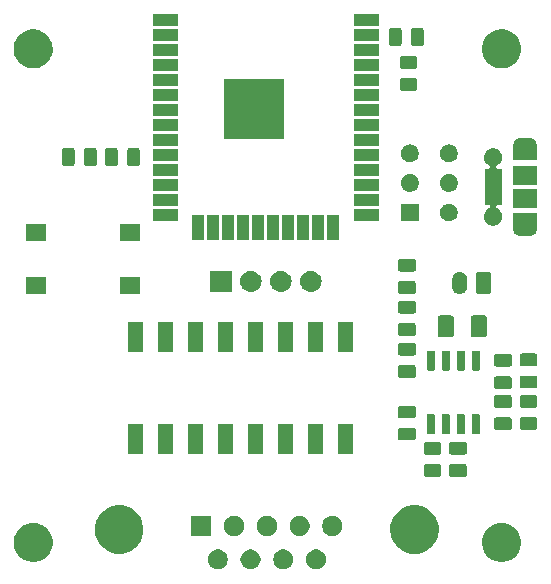
<source format=gts>
G04 #@! TF.GenerationSoftware,KiCad,Pcbnew,5.0.2-bee76a0~70~ubuntu18.04.1*
G04 #@! TF.CreationDate,2019-03-24T18:51:09+10:00*
G04 #@! TF.ProjectId,esp32_rs232_adapter,65737033-325f-4727-9332-33325f616461,rev?*
G04 #@! TF.SameCoordinates,Original*
G04 #@! TF.FileFunction,Soldermask,Top*
G04 #@! TF.FilePolarity,Negative*
%FSLAX46Y46*%
G04 Gerber Fmt 4.6, Leading zero omitted, Abs format (unit mm)*
G04 Created by KiCad (PCBNEW 5.0.2-bee76a0~70~ubuntu18.04.1) date Sun 24 Mar 2019 18:51:09 AEST*
%MOMM*%
%LPD*%
G01*
G04 APERTURE LIST*
%ADD10C,0.100000*%
G04 APERTURE END LIST*
D10*
G36*
X153882228Y-131815703D02*
X154037100Y-131879853D01*
X154176481Y-131972985D01*
X154295015Y-132091519D01*
X154388147Y-132230900D01*
X154452297Y-132385772D01*
X154485000Y-132550184D01*
X154485000Y-132717816D01*
X154452297Y-132882228D01*
X154388147Y-133037100D01*
X154295015Y-133176481D01*
X154176481Y-133295015D01*
X154037100Y-133388147D01*
X153882228Y-133452297D01*
X153717816Y-133485000D01*
X153550184Y-133485000D01*
X153385772Y-133452297D01*
X153230900Y-133388147D01*
X153091519Y-133295015D01*
X152972985Y-133176481D01*
X152879853Y-133037100D01*
X152815703Y-132882228D01*
X152783000Y-132717816D01*
X152783000Y-132550184D01*
X152815703Y-132385772D01*
X152879853Y-132230900D01*
X152972985Y-132091519D01*
X153091519Y-131972985D01*
X153230900Y-131879853D01*
X153385772Y-131815703D01*
X153550184Y-131783000D01*
X153717816Y-131783000D01*
X153882228Y-131815703D01*
X153882228Y-131815703D01*
G37*
G36*
X156652228Y-131815703D02*
X156807100Y-131879853D01*
X156946481Y-131972985D01*
X157065015Y-132091519D01*
X157158147Y-132230900D01*
X157222297Y-132385772D01*
X157255000Y-132550184D01*
X157255000Y-132717816D01*
X157222297Y-132882228D01*
X157158147Y-133037100D01*
X157065015Y-133176481D01*
X156946481Y-133295015D01*
X156807100Y-133388147D01*
X156652228Y-133452297D01*
X156487816Y-133485000D01*
X156320184Y-133485000D01*
X156155772Y-133452297D01*
X156000900Y-133388147D01*
X155861519Y-133295015D01*
X155742985Y-133176481D01*
X155649853Y-133037100D01*
X155585703Y-132882228D01*
X155553000Y-132717816D01*
X155553000Y-132550184D01*
X155585703Y-132385772D01*
X155649853Y-132230900D01*
X155742985Y-132091519D01*
X155861519Y-131972985D01*
X156000900Y-131879853D01*
X156155772Y-131815703D01*
X156320184Y-131783000D01*
X156487816Y-131783000D01*
X156652228Y-131815703D01*
X156652228Y-131815703D01*
G37*
G36*
X159422228Y-131815703D02*
X159577100Y-131879853D01*
X159716481Y-131972985D01*
X159835015Y-132091519D01*
X159928147Y-132230900D01*
X159992297Y-132385772D01*
X160025000Y-132550184D01*
X160025000Y-132717816D01*
X159992297Y-132882228D01*
X159928147Y-133037100D01*
X159835015Y-133176481D01*
X159716481Y-133295015D01*
X159577100Y-133388147D01*
X159422228Y-133452297D01*
X159257816Y-133485000D01*
X159090184Y-133485000D01*
X158925772Y-133452297D01*
X158770900Y-133388147D01*
X158631519Y-133295015D01*
X158512985Y-133176481D01*
X158419853Y-133037100D01*
X158355703Y-132882228D01*
X158323000Y-132717816D01*
X158323000Y-132550184D01*
X158355703Y-132385772D01*
X158419853Y-132230900D01*
X158512985Y-132091519D01*
X158631519Y-131972985D01*
X158770900Y-131879853D01*
X158925772Y-131815703D01*
X159090184Y-131783000D01*
X159257816Y-131783000D01*
X159422228Y-131815703D01*
X159422228Y-131815703D01*
G37*
G36*
X151112228Y-131815703D02*
X151267100Y-131879853D01*
X151406481Y-131972985D01*
X151525015Y-132091519D01*
X151618147Y-132230900D01*
X151682297Y-132385772D01*
X151715000Y-132550184D01*
X151715000Y-132717816D01*
X151682297Y-132882228D01*
X151618147Y-133037100D01*
X151525015Y-133176481D01*
X151406481Y-133295015D01*
X151267100Y-133388147D01*
X151112228Y-133452297D01*
X150947816Y-133485000D01*
X150780184Y-133485000D01*
X150615772Y-133452297D01*
X150460900Y-133388147D01*
X150321519Y-133295015D01*
X150202985Y-133176481D01*
X150109853Y-133037100D01*
X150045703Y-132882228D01*
X150013000Y-132717816D01*
X150013000Y-132550184D01*
X150045703Y-132385772D01*
X150109853Y-132230900D01*
X150202985Y-132091519D01*
X150321519Y-131972985D01*
X150460900Y-131879853D01*
X150615772Y-131815703D01*
X150780184Y-131783000D01*
X150947816Y-131783000D01*
X151112228Y-131815703D01*
X151112228Y-131815703D01*
G37*
G36*
X175270256Y-129582298D02*
X175376579Y-129603447D01*
X175677042Y-129727903D01*
X175901402Y-129877816D01*
X175947454Y-129908587D01*
X176177413Y-130138546D01*
X176177415Y-130138549D01*
X176282625Y-130296006D01*
X176358098Y-130408960D01*
X176394550Y-130496963D01*
X176482553Y-130709421D01*
X176546000Y-131028391D01*
X176546000Y-131353609D01*
X176482553Y-131672579D01*
X176358097Y-131973042D01*
X176278933Y-132091519D01*
X176177413Y-132243454D01*
X175947454Y-132473413D01*
X175947451Y-132473415D01*
X175677042Y-132654097D01*
X175376579Y-132778553D01*
X175270256Y-132799702D01*
X175057611Y-132842000D01*
X174732389Y-132842000D01*
X174519744Y-132799702D01*
X174413421Y-132778553D01*
X174112958Y-132654097D01*
X173842549Y-132473415D01*
X173842546Y-132473413D01*
X173612587Y-132243454D01*
X173511067Y-132091519D01*
X173431903Y-131973042D01*
X173307447Y-131672579D01*
X173244000Y-131353609D01*
X173244000Y-131028391D01*
X173307447Y-130709421D01*
X173395450Y-130496963D01*
X173431902Y-130408960D01*
X173507376Y-130296006D01*
X173612585Y-130138549D01*
X173612587Y-130138546D01*
X173842546Y-129908587D01*
X173888598Y-129877816D01*
X174112958Y-129727903D01*
X174413421Y-129603447D01*
X174519744Y-129582298D01*
X174732389Y-129540000D01*
X175057611Y-129540000D01*
X175270256Y-129582298D01*
X175270256Y-129582298D01*
G37*
G36*
X135614256Y-129582298D02*
X135720579Y-129603447D01*
X136021042Y-129727903D01*
X136245402Y-129877816D01*
X136291454Y-129908587D01*
X136521413Y-130138546D01*
X136521415Y-130138549D01*
X136626625Y-130296006D01*
X136702098Y-130408960D01*
X136738550Y-130496963D01*
X136826553Y-130709421D01*
X136890000Y-131028391D01*
X136890000Y-131353609D01*
X136826553Y-131672579D01*
X136702097Y-131973042D01*
X136622933Y-132091519D01*
X136521413Y-132243454D01*
X136291454Y-132473413D01*
X136291451Y-132473415D01*
X136021042Y-132654097D01*
X135720579Y-132778553D01*
X135614256Y-132799702D01*
X135401611Y-132842000D01*
X135076389Y-132842000D01*
X134863744Y-132799702D01*
X134757421Y-132778553D01*
X134456958Y-132654097D01*
X134186549Y-132473415D01*
X134186546Y-132473413D01*
X133956587Y-132243454D01*
X133855067Y-132091519D01*
X133775903Y-131973042D01*
X133651447Y-131672579D01*
X133588000Y-131353609D01*
X133588000Y-131028391D01*
X133651447Y-130709421D01*
X133739450Y-130496963D01*
X133775902Y-130408960D01*
X133851376Y-130296006D01*
X133956585Y-130138549D01*
X133956587Y-130138546D01*
X134186546Y-129908587D01*
X134232598Y-129877816D01*
X134456958Y-129727903D01*
X134757421Y-129603447D01*
X134863744Y-129582298D01*
X135076389Y-129540000D01*
X135401611Y-129540000D01*
X135614256Y-129582298D01*
X135614256Y-129582298D01*
G37*
G36*
X168117252Y-128121818D02*
X168117254Y-128121819D01*
X168117255Y-128121819D01*
X168490513Y-128276427D01*
X168490514Y-128276428D01*
X168826439Y-128500886D01*
X169112114Y-128786561D01*
X169112116Y-128786564D01*
X169336573Y-129122487D01*
X169447753Y-129390900D01*
X169491182Y-129495748D01*
X169570000Y-129891993D01*
X169570000Y-130296007D01*
X169538372Y-130455014D01*
X169491181Y-130692255D01*
X169336573Y-131065513D01*
X169336572Y-131065514D01*
X169112114Y-131401439D01*
X168826439Y-131687114D01*
X168826436Y-131687116D01*
X168490513Y-131911573D01*
X168117255Y-132066181D01*
X168117254Y-132066181D01*
X168117252Y-132066182D01*
X167721007Y-132145000D01*
X167316993Y-132145000D01*
X166920748Y-132066182D01*
X166920746Y-132066181D01*
X166920745Y-132066181D01*
X166547487Y-131911573D01*
X166211564Y-131687116D01*
X166211561Y-131687114D01*
X165925886Y-131401439D01*
X165701428Y-131065514D01*
X165701427Y-131065513D01*
X165546819Y-130692255D01*
X165499629Y-130455014D01*
X165468000Y-130296007D01*
X165468000Y-129891993D01*
X165546818Y-129495748D01*
X165590247Y-129390900D01*
X165701427Y-129122487D01*
X165925884Y-128786564D01*
X165925886Y-128786561D01*
X166211561Y-128500886D01*
X166547486Y-128276428D01*
X166547487Y-128276427D01*
X166920745Y-128121819D01*
X166920746Y-128121819D01*
X166920748Y-128121818D01*
X167316993Y-128043000D01*
X167721007Y-128043000D01*
X168117252Y-128121818D01*
X168117252Y-128121818D01*
G37*
G36*
X143117252Y-128121818D02*
X143117254Y-128121819D01*
X143117255Y-128121819D01*
X143490513Y-128276427D01*
X143490514Y-128276428D01*
X143826439Y-128500886D01*
X144112114Y-128786561D01*
X144112116Y-128786564D01*
X144336573Y-129122487D01*
X144447753Y-129390900D01*
X144491182Y-129495748D01*
X144570000Y-129891993D01*
X144570000Y-130296007D01*
X144538372Y-130455014D01*
X144491181Y-130692255D01*
X144336573Y-131065513D01*
X144336572Y-131065514D01*
X144112114Y-131401439D01*
X143826439Y-131687114D01*
X143826436Y-131687116D01*
X143490513Y-131911573D01*
X143117255Y-132066181D01*
X143117254Y-132066181D01*
X143117252Y-132066182D01*
X142721007Y-132145000D01*
X142316993Y-132145000D01*
X141920748Y-132066182D01*
X141920746Y-132066181D01*
X141920745Y-132066181D01*
X141547487Y-131911573D01*
X141211564Y-131687116D01*
X141211561Y-131687114D01*
X140925886Y-131401439D01*
X140701428Y-131065514D01*
X140701427Y-131065513D01*
X140546819Y-130692255D01*
X140499629Y-130455014D01*
X140468000Y-130296007D01*
X140468000Y-129891993D01*
X140546818Y-129495748D01*
X140590247Y-129390900D01*
X140701427Y-129122487D01*
X140925884Y-128786564D01*
X140925886Y-128786561D01*
X141211561Y-128500886D01*
X141547486Y-128276428D01*
X141547487Y-128276427D01*
X141920745Y-128121819D01*
X141920746Y-128121819D01*
X141920748Y-128121818D01*
X142316993Y-128043000D01*
X142721007Y-128043000D01*
X143117252Y-128121818D01*
X143117252Y-128121818D01*
G37*
G36*
X160807228Y-128975703D02*
X160962100Y-129039853D01*
X161101481Y-129132985D01*
X161220015Y-129251519D01*
X161313147Y-129390900D01*
X161377297Y-129545772D01*
X161410000Y-129710184D01*
X161410000Y-129877816D01*
X161377297Y-130042228D01*
X161313147Y-130197100D01*
X161220015Y-130336481D01*
X161101481Y-130455015D01*
X160962100Y-130548147D01*
X160807228Y-130612297D01*
X160642816Y-130645000D01*
X160475184Y-130645000D01*
X160310772Y-130612297D01*
X160155900Y-130548147D01*
X160016519Y-130455015D01*
X159897985Y-130336481D01*
X159804853Y-130197100D01*
X159740703Y-130042228D01*
X159708000Y-129877816D01*
X159708000Y-129710184D01*
X159740703Y-129545772D01*
X159804853Y-129390900D01*
X159897985Y-129251519D01*
X160016519Y-129132985D01*
X160155900Y-129039853D01*
X160310772Y-128975703D01*
X160475184Y-128943000D01*
X160642816Y-128943000D01*
X160807228Y-128975703D01*
X160807228Y-128975703D01*
G37*
G36*
X150330000Y-130645000D02*
X148628000Y-130645000D01*
X148628000Y-128943000D01*
X150330000Y-128943000D01*
X150330000Y-130645000D01*
X150330000Y-130645000D01*
G37*
G36*
X152497228Y-128975703D02*
X152652100Y-129039853D01*
X152791481Y-129132985D01*
X152910015Y-129251519D01*
X153003147Y-129390900D01*
X153067297Y-129545772D01*
X153100000Y-129710184D01*
X153100000Y-129877816D01*
X153067297Y-130042228D01*
X153003147Y-130197100D01*
X152910015Y-130336481D01*
X152791481Y-130455015D01*
X152652100Y-130548147D01*
X152497228Y-130612297D01*
X152332816Y-130645000D01*
X152165184Y-130645000D01*
X152000772Y-130612297D01*
X151845900Y-130548147D01*
X151706519Y-130455015D01*
X151587985Y-130336481D01*
X151494853Y-130197100D01*
X151430703Y-130042228D01*
X151398000Y-129877816D01*
X151398000Y-129710184D01*
X151430703Y-129545772D01*
X151494853Y-129390900D01*
X151587985Y-129251519D01*
X151706519Y-129132985D01*
X151845900Y-129039853D01*
X152000772Y-128975703D01*
X152165184Y-128943000D01*
X152332816Y-128943000D01*
X152497228Y-128975703D01*
X152497228Y-128975703D01*
G37*
G36*
X155267228Y-128975703D02*
X155422100Y-129039853D01*
X155561481Y-129132985D01*
X155680015Y-129251519D01*
X155773147Y-129390900D01*
X155837297Y-129545772D01*
X155870000Y-129710184D01*
X155870000Y-129877816D01*
X155837297Y-130042228D01*
X155773147Y-130197100D01*
X155680015Y-130336481D01*
X155561481Y-130455015D01*
X155422100Y-130548147D01*
X155267228Y-130612297D01*
X155102816Y-130645000D01*
X154935184Y-130645000D01*
X154770772Y-130612297D01*
X154615900Y-130548147D01*
X154476519Y-130455015D01*
X154357985Y-130336481D01*
X154264853Y-130197100D01*
X154200703Y-130042228D01*
X154168000Y-129877816D01*
X154168000Y-129710184D01*
X154200703Y-129545772D01*
X154264853Y-129390900D01*
X154357985Y-129251519D01*
X154476519Y-129132985D01*
X154615900Y-129039853D01*
X154770772Y-128975703D01*
X154935184Y-128943000D01*
X155102816Y-128943000D01*
X155267228Y-128975703D01*
X155267228Y-128975703D01*
G37*
G36*
X158037228Y-128975703D02*
X158192100Y-129039853D01*
X158331481Y-129132985D01*
X158450015Y-129251519D01*
X158543147Y-129390900D01*
X158607297Y-129545772D01*
X158640000Y-129710184D01*
X158640000Y-129877816D01*
X158607297Y-130042228D01*
X158543147Y-130197100D01*
X158450015Y-130336481D01*
X158331481Y-130455015D01*
X158192100Y-130548147D01*
X158037228Y-130612297D01*
X157872816Y-130645000D01*
X157705184Y-130645000D01*
X157540772Y-130612297D01*
X157385900Y-130548147D01*
X157246519Y-130455015D01*
X157127985Y-130336481D01*
X157034853Y-130197100D01*
X156970703Y-130042228D01*
X156938000Y-129877816D01*
X156938000Y-129710184D01*
X156970703Y-129545772D01*
X157034853Y-129390900D01*
X157127985Y-129251519D01*
X157246519Y-129132985D01*
X157385900Y-129039853D01*
X157540772Y-128975703D01*
X157705184Y-128943000D01*
X157872816Y-128943000D01*
X158037228Y-128975703D01*
X158037228Y-128975703D01*
G37*
G36*
X169621466Y-124561065D02*
X169660137Y-124572796D01*
X169695779Y-124591848D01*
X169727017Y-124617483D01*
X169752652Y-124648721D01*
X169771704Y-124684363D01*
X169783435Y-124723034D01*
X169788000Y-124769388D01*
X169788000Y-125420612D01*
X169783435Y-125466966D01*
X169771704Y-125505637D01*
X169752652Y-125541279D01*
X169727017Y-125572517D01*
X169695779Y-125598152D01*
X169660137Y-125617204D01*
X169621466Y-125628935D01*
X169575112Y-125633500D01*
X168498888Y-125633500D01*
X168452534Y-125628935D01*
X168413863Y-125617204D01*
X168378221Y-125598152D01*
X168346983Y-125572517D01*
X168321348Y-125541279D01*
X168302296Y-125505637D01*
X168290565Y-125466966D01*
X168286000Y-125420612D01*
X168286000Y-124769388D01*
X168290565Y-124723034D01*
X168302296Y-124684363D01*
X168321348Y-124648721D01*
X168346983Y-124617483D01*
X168378221Y-124591848D01*
X168413863Y-124572796D01*
X168452534Y-124561065D01*
X168498888Y-124556500D01*
X169575112Y-124556500D01*
X169621466Y-124561065D01*
X169621466Y-124561065D01*
G37*
G36*
X171780466Y-124561065D02*
X171819137Y-124572796D01*
X171854779Y-124591848D01*
X171886017Y-124617483D01*
X171911652Y-124648721D01*
X171930704Y-124684363D01*
X171942435Y-124723034D01*
X171947000Y-124769388D01*
X171947000Y-125420612D01*
X171942435Y-125466966D01*
X171930704Y-125505637D01*
X171911652Y-125541279D01*
X171886017Y-125572517D01*
X171854779Y-125598152D01*
X171819137Y-125617204D01*
X171780466Y-125628935D01*
X171734112Y-125633500D01*
X170657888Y-125633500D01*
X170611534Y-125628935D01*
X170572863Y-125617204D01*
X170537221Y-125598152D01*
X170505983Y-125572517D01*
X170480348Y-125541279D01*
X170461296Y-125505637D01*
X170449565Y-125466966D01*
X170445000Y-125420612D01*
X170445000Y-124769388D01*
X170449565Y-124723034D01*
X170461296Y-124684363D01*
X170480348Y-124648721D01*
X170505983Y-124617483D01*
X170537221Y-124591848D01*
X170572863Y-124572796D01*
X170611534Y-124561065D01*
X170657888Y-124556500D01*
X171734112Y-124556500D01*
X171780466Y-124561065D01*
X171780466Y-124561065D01*
G37*
G36*
X171780466Y-122686065D02*
X171819137Y-122697796D01*
X171854779Y-122716848D01*
X171886017Y-122742483D01*
X171911652Y-122773721D01*
X171930704Y-122809363D01*
X171942435Y-122848034D01*
X171947000Y-122894388D01*
X171947000Y-123545612D01*
X171942435Y-123591966D01*
X171930704Y-123630637D01*
X171911652Y-123666279D01*
X171886017Y-123697517D01*
X171854779Y-123723152D01*
X171819137Y-123742204D01*
X171780466Y-123753935D01*
X171734112Y-123758500D01*
X170657888Y-123758500D01*
X170611534Y-123753935D01*
X170572863Y-123742204D01*
X170537221Y-123723152D01*
X170505983Y-123697517D01*
X170480348Y-123666279D01*
X170461296Y-123630637D01*
X170449565Y-123591966D01*
X170445000Y-123545612D01*
X170445000Y-122894388D01*
X170449565Y-122848034D01*
X170461296Y-122809363D01*
X170480348Y-122773721D01*
X170505983Y-122742483D01*
X170537221Y-122716848D01*
X170572863Y-122697796D01*
X170611534Y-122686065D01*
X170657888Y-122681500D01*
X171734112Y-122681500D01*
X171780466Y-122686065D01*
X171780466Y-122686065D01*
G37*
G36*
X169621466Y-122686065D02*
X169660137Y-122697796D01*
X169695779Y-122716848D01*
X169727017Y-122742483D01*
X169752652Y-122773721D01*
X169771704Y-122809363D01*
X169783435Y-122848034D01*
X169788000Y-122894388D01*
X169788000Y-123545612D01*
X169783435Y-123591966D01*
X169771704Y-123630637D01*
X169752652Y-123666279D01*
X169727017Y-123697517D01*
X169695779Y-123723152D01*
X169660137Y-123742204D01*
X169621466Y-123753935D01*
X169575112Y-123758500D01*
X168498888Y-123758500D01*
X168452534Y-123753935D01*
X168413863Y-123742204D01*
X168378221Y-123723152D01*
X168346983Y-123697517D01*
X168321348Y-123666279D01*
X168302296Y-123630637D01*
X168290565Y-123591966D01*
X168286000Y-123545612D01*
X168286000Y-122894388D01*
X168290565Y-122848034D01*
X168302296Y-122809363D01*
X168321348Y-122773721D01*
X168346983Y-122742483D01*
X168378221Y-122716848D01*
X168413863Y-122697796D01*
X168452534Y-122686065D01*
X168498888Y-122681500D01*
X169575112Y-122681500D01*
X169621466Y-122686065D01*
X169621466Y-122686065D01*
G37*
G36*
X147042000Y-123686000D02*
X145820000Y-123686000D01*
X145820000Y-121144000D01*
X147042000Y-121144000D01*
X147042000Y-123686000D01*
X147042000Y-123686000D01*
G37*
G36*
X157202000Y-123686000D02*
X155980000Y-123686000D01*
X155980000Y-121144000D01*
X157202000Y-121144000D01*
X157202000Y-123686000D01*
X157202000Y-123686000D01*
G37*
G36*
X159742000Y-123686000D02*
X158520000Y-123686000D01*
X158520000Y-121144000D01*
X159742000Y-121144000D01*
X159742000Y-123686000D01*
X159742000Y-123686000D01*
G37*
G36*
X154662000Y-123686000D02*
X153440000Y-123686000D01*
X153440000Y-121144000D01*
X154662000Y-121144000D01*
X154662000Y-123686000D01*
X154662000Y-123686000D01*
G37*
G36*
X152122000Y-123686000D02*
X150900000Y-123686000D01*
X150900000Y-121144000D01*
X152122000Y-121144000D01*
X152122000Y-123686000D01*
X152122000Y-123686000D01*
G37*
G36*
X149582000Y-123686000D02*
X148360000Y-123686000D01*
X148360000Y-121144000D01*
X149582000Y-121144000D01*
X149582000Y-123686000D01*
X149582000Y-123686000D01*
G37*
G36*
X162282000Y-123686000D02*
X161060000Y-123686000D01*
X161060000Y-121144000D01*
X162282000Y-121144000D01*
X162282000Y-123686000D01*
X162282000Y-123686000D01*
G37*
G36*
X144502000Y-123686000D02*
X143280000Y-123686000D01*
X143280000Y-121144000D01*
X144502000Y-121144000D01*
X144502000Y-123686000D01*
X144502000Y-123686000D01*
G37*
G36*
X167462466Y-121483065D02*
X167501137Y-121494796D01*
X167536779Y-121513848D01*
X167568017Y-121539483D01*
X167593652Y-121570721D01*
X167612704Y-121606363D01*
X167624435Y-121645034D01*
X167629000Y-121691388D01*
X167629000Y-122342612D01*
X167624435Y-122388966D01*
X167612704Y-122427637D01*
X167593652Y-122463279D01*
X167568017Y-122494517D01*
X167536779Y-122520152D01*
X167501137Y-122539204D01*
X167462466Y-122550935D01*
X167416112Y-122555500D01*
X166339888Y-122555500D01*
X166293534Y-122550935D01*
X166254863Y-122539204D01*
X166219221Y-122520152D01*
X166187983Y-122494517D01*
X166162348Y-122463279D01*
X166143296Y-122427637D01*
X166131565Y-122388966D01*
X166127000Y-122342612D01*
X166127000Y-121691388D01*
X166131565Y-121645034D01*
X166143296Y-121606363D01*
X166162348Y-121570721D01*
X166187983Y-121539483D01*
X166219221Y-121513848D01*
X166254863Y-121494796D01*
X166293534Y-121483065D01*
X166339888Y-121478500D01*
X167416112Y-121478500D01*
X167462466Y-121483065D01*
X167462466Y-121483065D01*
G37*
G36*
X172979928Y-120342764D02*
X173001011Y-120349160D01*
X173020442Y-120359546D01*
X173037475Y-120373525D01*
X173051454Y-120390558D01*
X173061840Y-120409989D01*
X173068236Y-120431072D01*
X173071000Y-120459140D01*
X173071000Y-121872860D01*
X173068236Y-121900928D01*
X173061840Y-121922011D01*
X173051454Y-121941442D01*
X173037475Y-121958475D01*
X173020442Y-121972454D01*
X173001011Y-121982840D01*
X172979928Y-121989236D01*
X172951860Y-121992000D01*
X172488140Y-121992000D01*
X172460072Y-121989236D01*
X172438989Y-121982840D01*
X172419558Y-121972454D01*
X172402525Y-121958475D01*
X172388546Y-121941442D01*
X172378160Y-121922011D01*
X172371764Y-121900928D01*
X172369000Y-121872860D01*
X172369000Y-120459140D01*
X172371764Y-120431072D01*
X172378160Y-120409989D01*
X172388546Y-120390558D01*
X172402525Y-120373525D01*
X172419558Y-120359546D01*
X172438989Y-120349160D01*
X172460072Y-120342764D01*
X172488140Y-120340000D01*
X172951860Y-120340000D01*
X172979928Y-120342764D01*
X172979928Y-120342764D01*
G37*
G36*
X171709928Y-120342764D02*
X171731011Y-120349160D01*
X171750442Y-120359546D01*
X171767475Y-120373525D01*
X171781454Y-120390558D01*
X171791840Y-120409989D01*
X171798236Y-120431072D01*
X171801000Y-120459140D01*
X171801000Y-121872860D01*
X171798236Y-121900928D01*
X171791840Y-121922011D01*
X171781454Y-121941442D01*
X171767475Y-121958475D01*
X171750442Y-121972454D01*
X171731011Y-121982840D01*
X171709928Y-121989236D01*
X171681860Y-121992000D01*
X171218140Y-121992000D01*
X171190072Y-121989236D01*
X171168989Y-121982840D01*
X171149558Y-121972454D01*
X171132525Y-121958475D01*
X171118546Y-121941442D01*
X171108160Y-121922011D01*
X171101764Y-121900928D01*
X171099000Y-121872860D01*
X171099000Y-120459140D01*
X171101764Y-120431072D01*
X171108160Y-120409989D01*
X171118546Y-120390558D01*
X171132525Y-120373525D01*
X171149558Y-120359546D01*
X171168989Y-120349160D01*
X171190072Y-120342764D01*
X171218140Y-120340000D01*
X171681860Y-120340000D01*
X171709928Y-120342764D01*
X171709928Y-120342764D01*
G37*
G36*
X170439928Y-120342764D02*
X170461011Y-120349160D01*
X170480442Y-120359546D01*
X170497475Y-120373525D01*
X170511454Y-120390558D01*
X170521840Y-120409989D01*
X170528236Y-120431072D01*
X170531000Y-120459140D01*
X170531000Y-121872860D01*
X170528236Y-121900928D01*
X170521840Y-121922011D01*
X170511454Y-121941442D01*
X170497475Y-121958475D01*
X170480442Y-121972454D01*
X170461011Y-121982840D01*
X170439928Y-121989236D01*
X170411860Y-121992000D01*
X169948140Y-121992000D01*
X169920072Y-121989236D01*
X169898989Y-121982840D01*
X169879558Y-121972454D01*
X169862525Y-121958475D01*
X169848546Y-121941442D01*
X169838160Y-121922011D01*
X169831764Y-121900928D01*
X169829000Y-121872860D01*
X169829000Y-120459140D01*
X169831764Y-120431072D01*
X169838160Y-120409989D01*
X169848546Y-120390558D01*
X169862525Y-120373525D01*
X169879558Y-120359546D01*
X169898989Y-120349160D01*
X169920072Y-120342764D01*
X169948140Y-120340000D01*
X170411860Y-120340000D01*
X170439928Y-120342764D01*
X170439928Y-120342764D01*
G37*
G36*
X169169928Y-120342764D02*
X169191011Y-120349160D01*
X169210442Y-120359546D01*
X169227475Y-120373525D01*
X169241454Y-120390558D01*
X169251840Y-120409989D01*
X169258236Y-120431072D01*
X169261000Y-120459140D01*
X169261000Y-121872860D01*
X169258236Y-121900928D01*
X169251840Y-121922011D01*
X169241454Y-121941442D01*
X169227475Y-121958475D01*
X169210442Y-121972454D01*
X169191011Y-121982840D01*
X169169928Y-121989236D01*
X169141860Y-121992000D01*
X168678140Y-121992000D01*
X168650072Y-121989236D01*
X168628989Y-121982840D01*
X168609558Y-121972454D01*
X168592525Y-121958475D01*
X168578546Y-121941442D01*
X168568160Y-121922011D01*
X168561764Y-121900928D01*
X168559000Y-121872860D01*
X168559000Y-120459140D01*
X168561764Y-120431072D01*
X168568160Y-120409989D01*
X168578546Y-120390558D01*
X168592525Y-120373525D01*
X168609558Y-120359546D01*
X168628989Y-120349160D01*
X168650072Y-120342764D01*
X168678140Y-120340000D01*
X169141860Y-120340000D01*
X169169928Y-120342764D01*
X169169928Y-120342764D01*
G37*
G36*
X175590466Y-120594065D02*
X175629137Y-120605796D01*
X175664779Y-120624848D01*
X175696017Y-120650483D01*
X175721652Y-120681721D01*
X175740704Y-120717363D01*
X175752435Y-120756034D01*
X175757000Y-120802388D01*
X175757000Y-121453612D01*
X175752435Y-121499966D01*
X175740704Y-121538637D01*
X175721652Y-121574279D01*
X175696017Y-121605517D01*
X175664779Y-121631152D01*
X175629137Y-121650204D01*
X175590466Y-121661935D01*
X175544112Y-121666500D01*
X174467888Y-121666500D01*
X174421534Y-121661935D01*
X174382863Y-121650204D01*
X174347221Y-121631152D01*
X174315983Y-121605517D01*
X174290348Y-121574279D01*
X174271296Y-121538637D01*
X174259565Y-121499966D01*
X174255000Y-121453612D01*
X174255000Y-120802388D01*
X174259565Y-120756034D01*
X174271296Y-120717363D01*
X174290348Y-120681721D01*
X174315983Y-120650483D01*
X174347221Y-120624848D01*
X174382863Y-120605796D01*
X174421534Y-120594065D01*
X174467888Y-120589500D01*
X175544112Y-120589500D01*
X175590466Y-120594065D01*
X175590466Y-120594065D01*
G37*
G36*
X177749466Y-120594065D02*
X177788137Y-120605796D01*
X177823779Y-120624848D01*
X177855017Y-120650483D01*
X177880652Y-120681721D01*
X177899704Y-120717363D01*
X177911435Y-120756034D01*
X177916000Y-120802388D01*
X177916000Y-121453612D01*
X177911435Y-121499966D01*
X177899704Y-121538637D01*
X177880652Y-121574279D01*
X177855017Y-121605517D01*
X177823779Y-121631152D01*
X177788137Y-121650204D01*
X177749466Y-121661935D01*
X177703112Y-121666500D01*
X176626888Y-121666500D01*
X176580534Y-121661935D01*
X176541863Y-121650204D01*
X176506221Y-121631152D01*
X176474983Y-121605517D01*
X176449348Y-121574279D01*
X176430296Y-121538637D01*
X176418565Y-121499966D01*
X176414000Y-121453612D01*
X176414000Y-120802388D01*
X176418565Y-120756034D01*
X176430296Y-120717363D01*
X176449348Y-120681721D01*
X176474983Y-120650483D01*
X176506221Y-120624848D01*
X176541863Y-120605796D01*
X176580534Y-120594065D01*
X176626888Y-120589500D01*
X177703112Y-120589500D01*
X177749466Y-120594065D01*
X177749466Y-120594065D01*
G37*
G36*
X167462466Y-119608065D02*
X167501137Y-119619796D01*
X167536779Y-119638848D01*
X167568017Y-119664483D01*
X167593652Y-119695721D01*
X167612704Y-119731363D01*
X167624435Y-119770034D01*
X167629000Y-119816388D01*
X167629000Y-120467612D01*
X167624435Y-120513966D01*
X167612704Y-120552637D01*
X167593652Y-120588279D01*
X167568017Y-120619517D01*
X167536779Y-120645152D01*
X167501137Y-120664204D01*
X167462466Y-120675935D01*
X167416112Y-120680500D01*
X166339888Y-120680500D01*
X166293534Y-120675935D01*
X166254863Y-120664204D01*
X166219221Y-120645152D01*
X166187983Y-120619517D01*
X166162348Y-120588279D01*
X166143296Y-120552637D01*
X166131565Y-120513966D01*
X166127000Y-120467612D01*
X166127000Y-119816388D01*
X166131565Y-119770034D01*
X166143296Y-119731363D01*
X166162348Y-119695721D01*
X166187983Y-119664483D01*
X166219221Y-119638848D01*
X166254863Y-119619796D01*
X166293534Y-119608065D01*
X166339888Y-119603500D01*
X167416112Y-119603500D01*
X167462466Y-119608065D01*
X167462466Y-119608065D01*
G37*
G36*
X177749466Y-118719065D02*
X177788137Y-118730796D01*
X177823779Y-118749848D01*
X177855017Y-118775483D01*
X177880652Y-118806721D01*
X177899704Y-118842363D01*
X177911435Y-118881034D01*
X177916000Y-118927388D01*
X177916000Y-119578612D01*
X177911435Y-119624966D01*
X177899704Y-119663637D01*
X177880652Y-119699279D01*
X177855017Y-119730517D01*
X177823779Y-119756152D01*
X177788137Y-119775204D01*
X177749466Y-119786935D01*
X177703112Y-119791500D01*
X176626888Y-119791500D01*
X176580534Y-119786935D01*
X176541863Y-119775204D01*
X176506221Y-119756152D01*
X176474983Y-119730517D01*
X176449348Y-119699279D01*
X176430296Y-119663637D01*
X176418565Y-119624966D01*
X176414000Y-119578612D01*
X176414000Y-118927388D01*
X176418565Y-118881034D01*
X176430296Y-118842363D01*
X176449348Y-118806721D01*
X176474983Y-118775483D01*
X176506221Y-118749848D01*
X176541863Y-118730796D01*
X176580534Y-118719065D01*
X176626888Y-118714500D01*
X177703112Y-118714500D01*
X177749466Y-118719065D01*
X177749466Y-118719065D01*
G37*
G36*
X175590466Y-118719065D02*
X175629137Y-118730796D01*
X175664779Y-118749848D01*
X175696017Y-118775483D01*
X175721652Y-118806721D01*
X175740704Y-118842363D01*
X175752435Y-118881034D01*
X175757000Y-118927388D01*
X175757000Y-119578612D01*
X175752435Y-119624966D01*
X175740704Y-119663637D01*
X175721652Y-119699279D01*
X175696017Y-119730517D01*
X175664779Y-119756152D01*
X175629137Y-119775204D01*
X175590466Y-119786935D01*
X175544112Y-119791500D01*
X174467888Y-119791500D01*
X174421534Y-119786935D01*
X174382863Y-119775204D01*
X174347221Y-119756152D01*
X174315983Y-119730517D01*
X174290348Y-119699279D01*
X174271296Y-119663637D01*
X174259565Y-119624966D01*
X174255000Y-119578612D01*
X174255000Y-118927388D01*
X174259565Y-118881034D01*
X174271296Y-118842363D01*
X174290348Y-118806721D01*
X174315983Y-118775483D01*
X174347221Y-118749848D01*
X174382863Y-118730796D01*
X174421534Y-118719065D01*
X174467888Y-118714500D01*
X175544112Y-118714500D01*
X175590466Y-118719065D01*
X175590466Y-118719065D01*
G37*
G36*
X175590466Y-117116565D02*
X175629137Y-117128296D01*
X175664779Y-117147348D01*
X175696017Y-117172983D01*
X175721652Y-117204221D01*
X175740704Y-117239863D01*
X175752435Y-117278534D01*
X175757000Y-117324888D01*
X175757000Y-117976112D01*
X175752435Y-118022466D01*
X175740704Y-118061137D01*
X175721652Y-118096779D01*
X175696017Y-118128017D01*
X175664779Y-118153652D01*
X175629137Y-118172704D01*
X175590466Y-118184435D01*
X175544112Y-118189000D01*
X174467888Y-118189000D01*
X174421534Y-118184435D01*
X174382863Y-118172704D01*
X174347221Y-118153652D01*
X174315983Y-118128017D01*
X174290348Y-118096779D01*
X174271296Y-118061137D01*
X174259565Y-118022466D01*
X174255000Y-117976112D01*
X174255000Y-117324888D01*
X174259565Y-117278534D01*
X174271296Y-117239863D01*
X174290348Y-117204221D01*
X174315983Y-117172983D01*
X174347221Y-117147348D01*
X174382863Y-117128296D01*
X174421534Y-117116565D01*
X174467888Y-117112000D01*
X175544112Y-117112000D01*
X175590466Y-117116565D01*
X175590466Y-117116565D01*
G37*
G36*
X177749466Y-117068065D02*
X177788137Y-117079796D01*
X177823779Y-117098848D01*
X177855017Y-117124483D01*
X177880652Y-117155721D01*
X177899704Y-117191363D01*
X177911435Y-117230034D01*
X177916000Y-117276388D01*
X177916000Y-117927612D01*
X177911435Y-117973966D01*
X177899704Y-118012637D01*
X177880652Y-118048279D01*
X177855017Y-118079517D01*
X177823779Y-118105152D01*
X177788137Y-118124204D01*
X177749466Y-118135935D01*
X177703112Y-118140500D01*
X176626888Y-118140500D01*
X176580534Y-118135935D01*
X176541863Y-118124204D01*
X176506221Y-118105152D01*
X176474983Y-118079517D01*
X176449348Y-118048279D01*
X176430296Y-118012637D01*
X176418565Y-117973966D01*
X176414000Y-117927612D01*
X176414000Y-117276388D01*
X176418565Y-117230034D01*
X176430296Y-117191363D01*
X176449348Y-117155721D01*
X176474983Y-117124483D01*
X176506221Y-117098848D01*
X176541863Y-117079796D01*
X176580534Y-117068065D01*
X176626888Y-117063500D01*
X177703112Y-117063500D01*
X177749466Y-117068065D01*
X177749466Y-117068065D01*
G37*
G36*
X167462466Y-116179065D02*
X167501137Y-116190796D01*
X167536779Y-116209848D01*
X167568017Y-116235483D01*
X167593652Y-116266721D01*
X167612704Y-116302363D01*
X167624435Y-116341034D01*
X167629000Y-116387388D01*
X167629000Y-117038612D01*
X167624435Y-117084966D01*
X167612704Y-117123637D01*
X167593652Y-117159279D01*
X167568017Y-117190517D01*
X167536779Y-117216152D01*
X167501137Y-117235204D01*
X167462466Y-117246935D01*
X167416112Y-117251500D01*
X166339888Y-117251500D01*
X166293534Y-117246935D01*
X166254863Y-117235204D01*
X166219221Y-117216152D01*
X166187983Y-117190517D01*
X166162348Y-117159279D01*
X166143296Y-117123637D01*
X166131565Y-117084966D01*
X166127000Y-117038612D01*
X166127000Y-116387388D01*
X166131565Y-116341034D01*
X166143296Y-116302363D01*
X166162348Y-116266721D01*
X166187983Y-116235483D01*
X166219221Y-116209848D01*
X166254863Y-116190796D01*
X166293534Y-116179065D01*
X166339888Y-116174500D01*
X167416112Y-116174500D01*
X167462466Y-116179065D01*
X167462466Y-116179065D01*
G37*
G36*
X170439928Y-114992764D02*
X170461011Y-114999160D01*
X170480442Y-115009546D01*
X170497475Y-115023525D01*
X170511454Y-115040558D01*
X170521840Y-115059989D01*
X170528236Y-115081072D01*
X170531000Y-115109140D01*
X170531000Y-116522860D01*
X170528236Y-116550928D01*
X170521840Y-116572011D01*
X170511454Y-116591442D01*
X170497475Y-116608475D01*
X170480442Y-116622454D01*
X170461011Y-116632840D01*
X170439928Y-116639236D01*
X170411860Y-116642000D01*
X169948140Y-116642000D01*
X169920072Y-116639236D01*
X169898989Y-116632840D01*
X169879558Y-116622454D01*
X169862525Y-116608475D01*
X169848546Y-116591442D01*
X169838160Y-116572011D01*
X169831764Y-116550928D01*
X169829000Y-116522860D01*
X169829000Y-115109140D01*
X169831764Y-115081072D01*
X169838160Y-115059989D01*
X169848546Y-115040558D01*
X169862525Y-115023525D01*
X169879558Y-115009546D01*
X169898989Y-114999160D01*
X169920072Y-114992764D01*
X169948140Y-114990000D01*
X170411860Y-114990000D01*
X170439928Y-114992764D01*
X170439928Y-114992764D01*
G37*
G36*
X172979928Y-114992764D02*
X173001011Y-114999160D01*
X173020442Y-115009546D01*
X173037475Y-115023525D01*
X173051454Y-115040558D01*
X173061840Y-115059989D01*
X173068236Y-115081072D01*
X173071000Y-115109140D01*
X173071000Y-116522860D01*
X173068236Y-116550928D01*
X173061840Y-116572011D01*
X173051454Y-116591442D01*
X173037475Y-116608475D01*
X173020442Y-116622454D01*
X173001011Y-116632840D01*
X172979928Y-116639236D01*
X172951860Y-116642000D01*
X172488140Y-116642000D01*
X172460072Y-116639236D01*
X172438989Y-116632840D01*
X172419558Y-116622454D01*
X172402525Y-116608475D01*
X172388546Y-116591442D01*
X172378160Y-116572011D01*
X172371764Y-116550928D01*
X172369000Y-116522860D01*
X172369000Y-115109140D01*
X172371764Y-115081072D01*
X172378160Y-115059989D01*
X172388546Y-115040558D01*
X172402525Y-115023525D01*
X172419558Y-115009546D01*
X172438989Y-114999160D01*
X172460072Y-114992764D01*
X172488140Y-114990000D01*
X172951860Y-114990000D01*
X172979928Y-114992764D01*
X172979928Y-114992764D01*
G37*
G36*
X171709928Y-114992764D02*
X171731011Y-114999160D01*
X171750442Y-115009546D01*
X171767475Y-115023525D01*
X171781454Y-115040558D01*
X171791840Y-115059989D01*
X171798236Y-115081072D01*
X171801000Y-115109140D01*
X171801000Y-116522860D01*
X171798236Y-116550928D01*
X171791840Y-116572011D01*
X171781454Y-116591442D01*
X171767475Y-116608475D01*
X171750442Y-116622454D01*
X171731011Y-116632840D01*
X171709928Y-116639236D01*
X171681860Y-116642000D01*
X171218140Y-116642000D01*
X171190072Y-116639236D01*
X171168989Y-116632840D01*
X171149558Y-116622454D01*
X171132525Y-116608475D01*
X171118546Y-116591442D01*
X171108160Y-116572011D01*
X171101764Y-116550928D01*
X171099000Y-116522860D01*
X171099000Y-115109140D01*
X171101764Y-115081072D01*
X171108160Y-115059989D01*
X171118546Y-115040558D01*
X171132525Y-115023525D01*
X171149558Y-115009546D01*
X171168989Y-114999160D01*
X171190072Y-114992764D01*
X171218140Y-114990000D01*
X171681860Y-114990000D01*
X171709928Y-114992764D01*
X171709928Y-114992764D01*
G37*
G36*
X169169928Y-114992764D02*
X169191011Y-114999160D01*
X169210442Y-115009546D01*
X169227475Y-115023525D01*
X169241454Y-115040558D01*
X169251840Y-115059989D01*
X169258236Y-115081072D01*
X169261000Y-115109140D01*
X169261000Y-116522860D01*
X169258236Y-116550928D01*
X169251840Y-116572011D01*
X169241454Y-116591442D01*
X169227475Y-116608475D01*
X169210442Y-116622454D01*
X169191011Y-116632840D01*
X169169928Y-116639236D01*
X169141860Y-116642000D01*
X168678140Y-116642000D01*
X168650072Y-116639236D01*
X168628989Y-116632840D01*
X168609558Y-116622454D01*
X168592525Y-116608475D01*
X168578546Y-116591442D01*
X168568160Y-116572011D01*
X168561764Y-116550928D01*
X168559000Y-116522860D01*
X168559000Y-115109140D01*
X168561764Y-115081072D01*
X168568160Y-115059989D01*
X168578546Y-115040558D01*
X168592525Y-115023525D01*
X168609558Y-115009546D01*
X168628989Y-114999160D01*
X168650072Y-114992764D01*
X168678140Y-114990000D01*
X169141860Y-114990000D01*
X169169928Y-114992764D01*
X169169928Y-114992764D01*
G37*
G36*
X175590466Y-115241565D02*
X175629137Y-115253296D01*
X175664779Y-115272348D01*
X175696017Y-115297983D01*
X175721652Y-115329221D01*
X175740704Y-115364863D01*
X175752435Y-115403534D01*
X175757000Y-115449888D01*
X175757000Y-116101112D01*
X175752435Y-116147466D01*
X175740704Y-116186137D01*
X175721652Y-116221779D01*
X175696017Y-116253017D01*
X175664779Y-116278652D01*
X175629137Y-116297704D01*
X175590466Y-116309435D01*
X175544112Y-116314000D01*
X174467888Y-116314000D01*
X174421534Y-116309435D01*
X174382863Y-116297704D01*
X174347221Y-116278652D01*
X174315983Y-116253017D01*
X174290348Y-116221779D01*
X174271296Y-116186137D01*
X174259565Y-116147466D01*
X174255000Y-116101112D01*
X174255000Y-115449888D01*
X174259565Y-115403534D01*
X174271296Y-115364863D01*
X174290348Y-115329221D01*
X174315983Y-115297983D01*
X174347221Y-115272348D01*
X174382863Y-115253296D01*
X174421534Y-115241565D01*
X174467888Y-115237000D01*
X175544112Y-115237000D01*
X175590466Y-115241565D01*
X175590466Y-115241565D01*
G37*
G36*
X177749466Y-115193065D02*
X177788137Y-115204796D01*
X177823779Y-115223848D01*
X177855017Y-115249483D01*
X177880652Y-115280721D01*
X177899704Y-115316363D01*
X177911435Y-115355034D01*
X177916000Y-115401388D01*
X177916000Y-116052612D01*
X177911435Y-116098966D01*
X177899704Y-116137637D01*
X177880652Y-116173279D01*
X177855017Y-116204517D01*
X177823779Y-116230152D01*
X177788137Y-116249204D01*
X177749466Y-116260935D01*
X177703112Y-116265500D01*
X176626888Y-116265500D01*
X176580534Y-116260935D01*
X176541863Y-116249204D01*
X176506221Y-116230152D01*
X176474983Y-116204517D01*
X176449348Y-116173279D01*
X176430296Y-116137637D01*
X176418565Y-116098966D01*
X176414000Y-116052612D01*
X176414000Y-115401388D01*
X176418565Y-115355034D01*
X176430296Y-115316363D01*
X176449348Y-115280721D01*
X176474983Y-115249483D01*
X176506221Y-115223848D01*
X176541863Y-115204796D01*
X176580534Y-115193065D01*
X176626888Y-115188500D01*
X177703112Y-115188500D01*
X177749466Y-115193065D01*
X177749466Y-115193065D01*
G37*
G36*
X167462466Y-114304065D02*
X167501137Y-114315796D01*
X167536779Y-114334848D01*
X167568017Y-114360483D01*
X167593652Y-114391721D01*
X167612704Y-114427363D01*
X167624435Y-114466034D01*
X167629000Y-114512388D01*
X167629000Y-115163612D01*
X167624435Y-115209966D01*
X167612704Y-115248637D01*
X167593652Y-115284279D01*
X167568017Y-115315517D01*
X167536779Y-115341152D01*
X167501137Y-115360204D01*
X167462466Y-115371935D01*
X167416112Y-115376500D01*
X166339888Y-115376500D01*
X166293534Y-115371935D01*
X166254863Y-115360204D01*
X166219221Y-115341152D01*
X166187983Y-115315517D01*
X166162348Y-115284279D01*
X166143296Y-115248637D01*
X166131565Y-115209966D01*
X166127000Y-115163612D01*
X166127000Y-114512388D01*
X166131565Y-114466034D01*
X166143296Y-114427363D01*
X166162348Y-114391721D01*
X166187983Y-114360483D01*
X166219221Y-114334848D01*
X166254863Y-114315796D01*
X166293534Y-114304065D01*
X166339888Y-114299500D01*
X167416112Y-114299500D01*
X167462466Y-114304065D01*
X167462466Y-114304065D01*
G37*
G36*
X149582000Y-115076000D02*
X148360000Y-115076000D01*
X148360000Y-112534000D01*
X149582000Y-112534000D01*
X149582000Y-115076000D01*
X149582000Y-115076000D01*
G37*
G36*
X162282000Y-115076000D02*
X161060000Y-115076000D01*
X161060000Y-112534000D01*
X162282000Y-112534000D01*
X162282000Y-115076000D01*
X162282000Y-115076000D01*
G37*
G36*
X154662000Y-115076000D02*
X153440000Y-115076000D01*
X153440000Y-112534000D01*
X154662000Y-112534000D01*
X154662000Y-115076000D01*
X154662000Y-115076000D01*
G37*
G36*
X152122000Y-115076000D02*
X150900000Y-115076000D01*
X150900000Y-112534000D01*
X152122000Y-112534000D01*
X152122000Y-115076000D01*
X152122000Y-115076000D01*
G37*
G36*
X147042000Y-115076000D02*
X145820000Y-115076000D01*
X145820000Y-112534000D01*
X147042000Y-112534000D01*
X147042000Y-115076000D01*
X147042000Y-115076000D01*
G37*
G36*
X144502000Y-115076000D02*
X143280000Y-115076000D01*
X143280000Y-112534000D01*
X144502000Y-112534000D01*
X144502000Y-115076000D01*
X144502000Y-115076000D01*
G37*
G36*
X159742000Y-115076000D02*
X158520000Y-115076000D01*
X158520000Y-112534000D01*
X159742000Y-112534000D01*
X159742000Y-115076000D01*
X159742000Y-115076000D01*
G37*
G36*
X157202000Y-115076000D02*
X155980000Y-115076000D01*
X155980000Y-112534000D01*
X157202000Y-112534000D01*
X157202000Y-115076000D01*
X157202000Y-115076000D01*
G37*
G36*
X173492604Y-111981347D02*
X173529145Y-111992432D01*
X173562820Y-112010431D01*
X173592341Y-112034659D01*
X173616569Y-112064180D01*
X173634568Y-112097855D01*
X173645653Y-112134396D01*
X173650000Y-112178538D01*
X173650000Y-113627462D01*
X173645653Y-113671604D01*
X173634568Y-113708145D01*
X173616569Y-113741820D01*
X173592341Y-113771341D01*
X173562820Y-113795569D01*
X173529145Y-113813568D01*
X173492604Y-113824653D01*
X173448462Y-113829000D01*
X172499538Y-113829000D01*
X172455396Y-113824653D01*
X172418855Y-113813568D01*
X172385180Y-113795569D01*
X172355659Y-113771341D01*
X172331431Y-113741820D01*
X172313432Y-113708145D01*
X172302347Y-113671604D01*
X172298000Y-113627462D01*
X172298000Y-112178538D01*
X172302347Y-112134396D01*
X172313432Y-112097855D01*
X172331431Y-112064180D01*
X172355659Y-112034659D01*
X172385180Y-112010431D01*
X172418855Y-111992432D01*
X172455396Y-111981347D01*
X172499538Y-111977000D01*
X173448462Y-111977000D01*
X173492604Y-111981347D01*
X173492604Y-111981347D01*
G37*
G36*
X170692604Y-111981347D02*
X170729145Y-111992432D01*
X170762820Y-112010431D01*
X170792341Y-112034659D01*
X170816569Y-112064180D01*
X170834568Y-112097855D01*
X170845653Y-112134396D01*
X170850000Y-112178538D01*
X170850000Y-113627462D01*
X170845653Y-113671604D01*
X170834568Y-113708145D01*
X170816569Y-113741820D01*
X170792341Y-113771341D01*
X170762820Y-113795569D01*
X170729145Y-113813568D01*
X170692604Y-113824653D01*
X170648462Y-113829000D01*
X169699538Y-113829000D01*
X169655396Y-113824653D01*
X169618855Y-113813568D01*
X169585180Y-113795569D01*
X169555659Y-113771341D01*
X169531431Y-113741820D01*
X169513432Y-113708145D01*
X169502347Y-113671604D01*
X169498000Y-113627462D01*
X169498000Y-112178538D01*
X169502347Y-112134396D01*
X169513432Y-112097855D01*
X169531431Y-112064180D01*
X169555659Y-112034659D01*
X169585180Y-112010431D01*
X169618855Y-111992432D01*
X169655396Y-111981347D01*
X169699538Y-111977000D01*
X170648462Y-111977000D01*
X170692604Y-111981347D01*
X170692604Y-111981347D01*
G37*
G36*
X167462466Y-112623065D02*
X167501137Y-112634796D01*
X167536779Y-112653848D01*
X167568017Y-112679483D01*
X167593652Y-112710721D01*
X167612704Y-112746363D01*
X167624435Y-112785034D01*
X167629000Y-112831388D01*
X167629000Y-113482612D01*
X167624435Y-113528966D01*
X167612704Y-113567637D01*
X167593652Y-113603279D01*
X167568017Y-113634517D01*
X167536779Y-113660152D01*
X167501137Y-113679204D01*
X167462466Y-113690935D01*
X167416112Y-113695500D01*
X166339888Y-113695500D01*
X166293534Y-113690935D01*
X166254863Y-113679204D01*
X166219221Y-113660152D01*
X166187983Y-113634517D01*
X166162348Y-113603279D01*
X166143296Y-113567637D01*
X166131565Y-113528966D01*
X166127000Y-113482612D01*
X166127000Y-112831388D01*
X166131565Y-112785034D01*
X166143296Y-112746363D01*
X166162348Y-112710721D01*
X166187983Y-112679483D01*
X166219221Y-112653848D01*
X166254863Y-112634796D01*
X166293534Y-112623065D01*
X166339888Y-112618500D01*
X167416112Y-112618500D01*
X167462466Y-112623065D01*
X167462466Y-112623065D01*
G37*
G36*
X167462466Y-110748065D02*
X167501137Y-110759796D01*
X167536779Y-110778848D01*
X167568017Y-110804483D01*
X167593652Y-110835721D01*
X167612704Y-110871363D01*
X167624435Y-110910034D01*
X167629000Y-110956388D01*
X167629000Y-111607612D01*
X167624435Y-111653966D01*
X167612704Y-111692637D01*
X167593652Y-111728279D01*
X167568017Y-111759517D01*
X167536779Y-111785152D01*
X167501137Y-111804204D01*
X167462466Y-111815935D01*
X167416112Y-111820500D01*
X166339888Y-111820500D01*
X166293534Y-111815935D01*
X166254863Y-111804204D01*
X166219221Y-111785152D01*
X166187983Y-111759517D01*
X166162348Y-111728279D01*
X166143296Y-111692637D01*
X166131565Y-111653966D01*
X166127000Y-111607612D01*
X166127000Y-110956388D01*
X166131565Y-110910034D01*
X166143296Y-110871363D01*
X166162348Y-110835721D01*
X166187983Y-110804483D01*
X166219221Y-110778848D01*
X166254863Y-110759796D01*
X166293534Y-110748065D01*
X166339888Y-110743500D01*
X167416112Y-110743500D01*
X167462466Y-110748065D01*
X167462466Y-110748065D01*
G37*
G36*
X171482618Y-108303420D02*
X171564427Y-108328237D01*
X171605333Y-108340645D01*
X171683600Y-108382480D01*
X171718426Y-108401095D01*
X171817553Y-108482447D01*
X171898905Y-108581574D01*
X171898906Y-108581576D01*
X171959355Y-108694667D01*
X171959355Y-108694668D01*
X171996580Y-108817382D01*
X172006000Y-108913027D01*
X172006000Y-109526973D01*
X171996580Y-109622618D01*
X171971763Y-109704427D01*
X171959355Y-109745333D01*
X171905819Y-109845491D01*
X171898905Y-109858426D01*
X171817553Y-109957553D01*
X171817551Y-109957555D01*
X171789028Y-109980963D01*
X171718425Y-110038905D01*
X171666699Y-110066553D01*
X171605332Y-110099355D01*
X171564426Y-110111763D01*
X171482617Y-110136580D01*
X171355000Y-110149149D01*
X171227382Y-110136580D01*
X171145573Y-110111763D01*
X171104667Y-110099355D01*
X170991576Y-110038906D01*
X170991574Y-110038905D01*
X170892447Y-109957553D01*
X170811095Y-109858425D01*
X170750646Y-109745333D01*
X170750645Y-109745332D01*
X170738237Y-109704426D01*
X170713420Y-109622617D01*
X170704000Y-109526972D01*
X170704000Y-108913027D01*
X170713420Y-108817382D01*
X170750645Y-108694668D01*
X170750645Y-108694667D01*
X170770795Y-108656970D01*
X170811095Y-108581574D01*
X170892448Y-108482447D01*
X170991575Y-108401095D01*
X171026401Y-108382480D01*
X171104668Y-108340645D01*
X171145574Y-108328237D01*
X171227383Y-108303420D01*
X171355000Y-108290851D01*
X171482618Y-108303420D01*
X171482618Y-108303420D01*
G37*
G36*
X173846242Y-108298404D02*
X173883339Y-108309657D01*
X173917520Y-108327927D01*
X173947482Y-108352518D01*
X173972073Y-108382480D01*
X173990343Y-108416661D01*
X174001596Y-108453758D01*
X174006000Y-108498473D01*
X174006000Y-109941527D01*
X174001596Y-109986242D01*
X173990343Y-110023339D01*
X173972073Y-110057520D01*
X173947482Y-110087482D01*
X173917520Y-110112073D01*
X173883339Y-110130343D01*
X173846242Y-110141596D01*
X173801527Y-110146000D01*
X172908473Y-110146000D01*
X172863758Y-110141596D01*
X172826661Y-110130343D01*
X172792480Y-110112073D01*
X172762518Y-110087482D01*
X172737927Y-110057520D01*
X172719657Y-110023339D01*
X172708404Y-109986242D01*
X172704000Y-109941527D01*
X172704000Y-108498473D01*
X172708404Y-108453758D01*
X172719657Y-108416661D01*
X172737927Y-108382480D01*
X172762518Y-108352518D01*
X172792480Y-108327927D01*
X172826661Y-108309657D01*
X172863758Y-108298404D01*
X172908473Y-108294000D01*
X173801527Y-108294000D01*
X173846242Y-108298404D01*
X173846242Y-108298404D01*
G37*
G36*
X167462466Y-109067065D02*
X167501137Y-109078796D01*
X167536779Y-109097848D01*
X167568017Y-109123483D01*
X167593652Y-109154721D01*
X167612704Y-109190363D01*
X167624435Y-109229034D01*
X167629000Y-109275388D01*
X167629000Y-109926612D01*
X167624435Y-109972966D01*
X167612704Y-110011637D01*
X167593652Y-110047279D01*
X167568017Y-110078517D01*
X167536779Y-110104152D01*
X167501137Y-110123204D01*
X167462466Y-110134935D01*
X167416112Y-110139500D01*
X166339888Y-110139500D01*
X166293534Y-110134935D01*
X166254863Y-110123204D01*
X166219221Y-110104152D01*
X166187983Y-110078517D01*
X166162348Y-110047279D01*
X166143296Y-110011637D01*
X166131565Y-109972966D01*
X166127000Y-109926612D01*
X166127000Y-109275388D01*
X166131565Y-109229034D01*
X166143296Y-109190363D01*
X166162348Y-109154721D01*
X166187983Y-109123483D01*
X166219221Y-109097848D01*
X166254863Y-109078796D01*
X166293534Y-109067065D01*
X166339888Y-109062500D01*
X167416112Y-109062500D01*
X167462466Y-109067065D01*
X167462466Y-109067065D01*
G37*
G36*
X136297000Y-110139000D02*
X134645000Y-110139000D01*
X134645000Y-108737000D01*
X136297000Y-108737000D01*
X136297000Y-110139000D01*
X136297000Y-110139000D01*
G37*
G36*
X144247000Y-110139000D02*
X142595000Y-110139000D01*
X142595000Y-108737000D01*
X144247000Y-108737000D01*
X144247000Y-110139000D01*
X144247000Y-110139000D01*
G37*
G36*
X152031000Y-109994000D02*
X150229000Y-109994000D01*
X150229000Y-108192000D01*
X152031000Y-108192000D01*
X152031000Y-109994000D01*
X152031000Y-109994000D01*
G37*
G36*
X153780442Y-108198518D02*
X153846627Y-108205037D01*
X153959853Y-108239384D01*
X154016467Y-108256557D01*
X154125146Y-108314648D01*
X154172991Y-108340222D01*
X154208729Y-108369552D01*
X154310186Y-108452814D01*
X154393448Y-108554271D01*
X154422778Y-108590009D01*
X154422779Y-108590011D01*
X154506443Y-108746533D01*
X154506443Y-108746534D01*
X154557963Y-108916373D01*
X154575359Y-109093000D01*
X154557963Y-109269627D01*
X154556215Y-109275388D01*
X154506443Y-109439467D01*
X154459670Y-109526972D01*
X154422778Y-109595991D01*
X154393448Y-109631729D01*
X154310186Y-109733186D01*
X154208729Y-109816448D01*
X154172991Y-109845778D01*
X154172989Y-109845779D01*
X154016467Y-109929443D01*
X153959853Y-109946616D01*
X153846627Y-109980963D01*
X153780442Y-109987482D01*
X153714260Y-109994000D01*
X153625740Y-109994000D01*
X153559558Y-109987482D01*
X153493373Y-109980963D01*
X153380147Y-109946616D01*
X153323533Y-109929443D01*
X153167011Y-109845779D01*
X153167009Y-109845778D01*
X153131271Y-109816448D01*
X153029814Y-109733186D01*
X152946552Y-109631729D01*
X152917222Y-109595991D01*
X152880330Y-109526972D01*
X152833557Y-109439467D01*
X152783785Y-109275388D01*
X152782037Y-109269627D01*
X152764641Y-109093000D01*
X152782037Y-108916373D01*
X152833557Y-108746534D01*
X152833557Y-108746533D01*
X152917221Y-108590011D01*
X152917222Y-108590009D01*
X152946552Y-108554271D01*
X153029814Y-108452814D01*
X153131271Y-108369552D01*
X153167009Y-108340222D01*
X153214854Y-108314648D01*
X153323533Y-108256557D01*
X153380147Y-108239384D01*
X153493373Y-108205037D01*
X153559558Y-108198518D01*
X153625740Y-108192000D01*
X153714260Y-108192000D01*
X153780442Y-108198518D01*
X153780442Y-108198518D01*
G37*
G36*
X158860442Y-108198518D02*
X158926627Y-108205037D01*
X159039853Y-108239384D01*
X159096467Y-108256557D01*
X159205146Y-108314648D01*
X159252991Y-108340222D01*
X159288729Y-108369552D01*
X159390186Y-108452814D01*
X159473448Y-108554271D01*
X159502778Y-108590009D01*
X159502779Y-108590011D01*
X159586443Y-108746533D01*
X159586443Y-108746534D01*
X159637963Y-108916373D01*
X159655359Y-109093000D01*
X159637963Y-109269627D01*
X159636215Y-109275388D01*
X159586443Y-109439467D01*
X159539670Y-109526972D01*
X159502778Y-109595991D01*
X159473448Y-109631729D01*
X159390186Y-109733186D01*
X159288729Y-109816448D01*
X159252991Y-109845778D01*
X159252989Y-109845779D01*
X159096467Y-109929443D01*
X159039853Y-109946616D01*
X158926627Y-109980963D01*
X158860442Y-109987482D01*
X158794260Y-109994000D01*
X158705740Y-109994000D01*
X158639558Y-109987482D01*
X158573373Y-109980963D01*
X158460147Y-109946616D01*
X158403533Y-109929443D01*
X158247011Y-109845779D01*
X158247009Y-109845778D01*
X158211271Y-109816448D01*
X158109814Y-109733186D01*
X158026552Y-109631729D01*
X157997222Y-109595991D01*
X157960330Y-109526972D01*
X157913557Y-109439467D01*
X157863785Y-109275388D01*
X157862037Y-109269627D01*
X157844641Y-109093000D01*
X157862037Y-108916373D01*
X157913557Y-108746534D01*
X157913557Y-108746533D01*
X157997221Y-108590011D01*
X157997222Y-108590009D01*
X158026552Y-108554271D01*
X158109814Y-108452814D01*
X158211271Y-108369552D01*
X158247009Y-108340222D01*
X158294854Y-108314648D01*
X158403533Y-108256557D01*
X158460147Y-108239384D01*
X158573373Y-108205037D01*
X158639558Y-108198518D01*
X158705740Y-108192000D01*
X158794260Y-108192000D01*
X158860442Y-108198518D01*
X158860442Y-108198518D01*
G37*
G36*
X156320442Y-108198518D02*
X156386627Y-108205037D01*
X156499853Y-108239384D01*
X156556467Y-108256557D01*
X156665146Y-108314648D01*
X156712991Y-108340222D01*
X156748729Y-108369552D01*
X156850186Y-108452814D01*
X156933448Y-108554271D01*
X156962778Y-108590009D01*
X156962779Y-108590011D01*
X157046443Y-108746533D01*
X157046443Y-108746534D01*
X157097963Y-108916373D01*
X157115359Y-109093000D01*
X157097963Y-109269627D01*
X157096215Y-109275388D01*
X157046443Y-109439467D01*
X156999670Y-109526972D01*
X156962778Y-109595991D01*
X156933448Y-109631729D01*
X156850186Y-109733186D01*
X156748729Y-109816448D01*
X156712991Y-109845778D01*
X156712989Y-109845779D01*
X156556467Y-109929443D01*
X156499853Y-109946616D01*
X156386627Y-109980963D01*
X156320442Y-109987482D01*
X156254260Y-109994000D01*
X156165740Y-109994000D01*
X156099558Y-109987482D01*
X156033373Y-109980963D01*
X155920147Y-109946616D01*
X155863533Y-109929443D01*
X155707011Y-109845779D01*
X155707009Y-109845778D01*
X155671271Y-109816448D01*
X155569814Y-109733186D01*
X155486552Y-109631729D01*
X155457222Y-109595991D01*
X155420330Y-109526972D01*
X155373557Y-109439467D01*
X155323785Y-109275388D01*
X155322037Y-109269627D01*
X155304641Y-109093000D01*
X155322037Y-108916373D01*
X155373557Y-108746534D01*
X155373557Y-108746533D01*
X155457221Y-108590011D01*
X155457222Y-108590009D01*
X155486552Y-108554271D01*
X155569814Y-108452814D01*
X155671271Y-108369552D01*
X155707009Y-108340222D01*
X155754854Y-108314648D01*
X155863533Y-108256557D01*
X155920147Y-108239384D01*
X156033373Y-108205037D01*
X156099558Y-108198518D01*
X156165740Y-108192000D01*
X156254260Y-108192000D01*
X156320442Y-108198518D01*
X156320442Y-108198518D01*
G37*
G36*
X167462466Y-107192065D02*
X167501137Y-107203796D01*
X167536779Y-107222848D01*
X167568017Y-107248483D01*
X167593652Y-107279721D01*
X167612704Y-107315363D01*
X167624435Y-107354034D01*
X167629000Y-107400388D01*
X167629000Y-108051612D01*
X167624435Y-108097966D01*
X167612704Y-108136637D01*
X167593652Y-108172279D01*
X167568017Y-108203517D01*
X167536779Y-108229152D01*
X167501137Y-108248204D01*
X167462466Y-108259935D01*
X167416112Y-108264500D01*
X166339888Y-108264500D01*
X166293534Y-108259935D01*
X166254863Y-108248204D01*
X166219221Y-108229152D01*
X166187983Y-108203517D01*
X166162348Y-108172279D01*
X166143296Y-108136637D01*
X166131565Y-108097966D01*
X166127000Y-108051612D01*
X166127000Y-107400388D01*
X166131565Y-107354034D01*
X166143296Y-107315363D01*
X166162348Y-107279721D01*
X166187983Y-107248483D01*
X166219221Y-107222848D01*
X166254863Y-107203796D01*
X166293534Y-107192065D01*
X166339888Y-107187500D01*
X167416112Y-107187500D01*
X167462466Y-107192065D01*
X167462466Y-107192065D01*
G37*
G36*
X144247000Y-105639000D02*
X142595000Y-105639000D01*
X142595000Y-104237000D01*
X144247000Y-104237000D01*
X144247000Y-105639000D01*
X144247000Y-105639000D01*
G37*
G36*
X136297000Y-105639000D02*
X134645000Y-105639000D01*
X134645000Y-104237000D01*
X136297000Y-104237000D01*
X136297000Y-105639000D01*
X136297000Y-105639000D01*
G37*
G36*
X154806000Y-105556000D02*
X153804000Y-105556000D01*
X153804000Y-103454000D01*
X154806000Y-103454000D01*
X154806000Y-105556000D01*
X154806000Y-105556000D01*
G37*
G36*
X150996000Y-105556000D02*
X149994000Y-105556000D01*
X149994000Y-103454000D01*
X150996000Y-103454000D01*
X150996000Y-105556000D01*
X150996000Y-105556000D01*
G37*
G36*
X152266000Y-105556000D02*
X151264000Y-105556000D01*
X151264000Y-103454000D01*
X152266000Y-103454000D01*
X152266000Y-105556000D01*
X152266000Y-105556000D01*
G37*
G36*
X156076000Y-105556000D02*
X155074000Y-105556000D01*
X155074000Y-103454000D01*
X156076000Y-103454000D01*
X156076000Y-105556000D01*
X156076000Y-105556000D01*
G37*
G36*
X161156000Y-105556000D02*
X160154000Y-105556000D01*
X160154000Y-103454000D01*
X161156000Y-103454000D01*
X161156000Y-105556000D01*
X161156000Y-105556000D01*
G37*
G36*
X157346000Y-105556000D02*
X156344000Y-105556000D01*
X156344000Y-103454000D01*
X157346000Y-103454000D01*
X157346000Y-105556000D01*
X157346000Y-105556000D01*
G37*
G36*
X159886000Y-105556000D02*
X158884000Y-105556000D01*
X158884000Y-103454000D01*
X159886000Y-103454000D01*
X159886000Y-105556000D01*
X159886000Y-105556000D01*
G37*
G36*
X158616000Y-105556000D02*
X157614000Y-105556000D01*
X157614000Y-103454000D01*
X158616000Y-103454000D01*
X158616000Y-105556000D01*
X158616000Y-105556000D01*
G37*
G36*
X149726000Y-105556000D02*
X148724000Y-105556000D01*
X148724000Y-103454000D01*
X149726000Y-103454000D01*
X149726000Y-105556000D01*
X149726000Y-105556000D01*
G37*
G36*
X153536000Y-105556000D02*
X152534000Y-105556000D01*
X152534000Y-103454000D01*
X153536000Y-103454000D01*
X153536000Y-105556000D01*
X153536000Y-105556000D01*
G37*
G36*
X177879500Y-104553886D02*
X177880102Y-104566138D01*
X177882649Y-104592000D01*
X177880102Y-104617862D01*
X177879500Y-104630114D01*
X177879500Y-104703407D01*
X177870543Y-104720165D01*
X177866410Y-104731715D01*
X177832855Y-104842333D01*
X177779319Y-104942491D01*
X177772405Y-104955426D01*
X177691053Y-105054553D01*
X177591926Y-105135905D01*
X177591924Y-105135906D01*
X177478833Y-105196355D01*
X177437927Y-105208763D01*
X177356118Y-105233580D01*
X177292355Y-105239860D01*
X177260474Y-105243000D01*
X176496526Y-105243000D01*
X176464645Y-105239860D01*
X176400882Y-105233580D01*
X176319073Y-105208763D01*
X176278167Y-105196355D01*
X176165076Y-105135906D01*
X176165074Y-105135905D01*
X176065947Y-105054553D01*
X175984595Y-104955426D01*
X175977681Y-104942491D01*
X175924145Y-104842333D01*
X175890590Y-104731715D01*
X175881212Y-104709076D01*
X175877500Y-104703520D01*
X175877500Y-104630114D01*
X175876898Y-104617862D01*
X175874351Y-104592000D01*
X175876898Y-104566138D01*
X175877500Y-104553886D01*
X175877500Y-103341000D01*
X177879500Y-103341000D01*
X177879500Y-104553886D01*
X177879500Y-104553886D01*
G37*
G36*
X174404849Y-97845820D02*
X174436843Y-97859073D01*
X174546074Y-97904317D01*
X174640202Y-97967212D01*
X174673174Y-97989243D01*
X174781257Y-98097326D01*
X174781259Y-98097329D01*
X174866183Y-98224426D01*
X174907828Y-98324967D01*
X174924680Y-98365651D01*
X174954500Y-98515569D01*
X174954500Y-98668431D01*
X174924680Y-98818349D01*
X174924679Y-98818351D01*
X174866183Y-98959574D01*
X174816620Y-99033750D01*
X174781257Y-99086674D01*
X174673174Y-99194757D01*
X174673171Y-99194759D01*
X174546074Y-99279683D01*
X174495778Y-99300516D01*
X174474169Y-99312067D01*
X174455227Y-99327612D01*
X174439682Y-99346554D01*
X174428131Y-99368165D01*
X174421018Y-99391614D01*
X174418616Y-99416000D01*
X174421018Y-99440387D01*
X174428131Y-99463836D01*
X174439683Y-99485447D01*
X174455228Y-99504389D01*
X174474170Y-99519934D01*
X174495781Y-99531485D01*
X174519230Y-99538598D01*
X174543616Y-99541000D01*
X174904500Y-99541000D01*
X174904500Y-102643000D01*
X174543616Y-102643000D01*
X174519230Y-102645402D01*
X174495781Y-102652515D01*
X174474170Y-102664066D01*
X174455228Y-102679612D01*
X174439682Y-102698554D01*
X174428131Y-102720165D01*
X174421018Y-102743614D01*
X174418616Y-102768000D01*
X174421018Y-102792386D01*
X174428131Y-102815835D01*
X174439682Y-102837446D01*
X174455228Y-102856388D01*
X174474170Y-102871934D01*
X174495778Y-102883484D01*
X174546074Y-102904317D01*
X174546075Y-102904318D01*
X174673174Y-102989243D01*
X174781257Y-103097326D01*
X174781259Y-103097329D01*
X174866183Y-103224426D01*
X174907828Y-103324967D01*
X174924680Y-103365651D01*
X174954500Y-103515569D01*
X174954500Y-103668431D01*
X174924680Y-103818349D01*
X174924679Y-103818351D01*
X174866183Y-103959574D01*
X174835162Y-104006000D01*
X174781257Y-104086674D01*
X174673174Y-104194757D01*
X174673171Y-104194759D01*
X174546074Y-104279683D01*
X174436843Y-104324927D01*
X174404849Y-104338180D01*
X174254931Y-104368000D01*
X174102069Y-104368000D01*
X173952151Y-104338180D01*
X173920157Y-104324927D01*
X173810926Y-104279683D01*
X173683829Y-104194759D01*
X173683826Y-104194757D01*
X173575743Y-104086674D01*
X173521838Y-104006000D01*
X173490817Y-103959574D01*
X173432321Y-103818351D01*
X173432320Y-103818349D01*
X173402500Y-103668431D01*
X173402500Y-103515569D01*
X173432320Y-103365651D01*
X173449172Y-103324967D01*
X173490817Y-103224426D01*
X173575741Y-103097329D01*
X173575743Y-103097326D01*
X173683826Y-102989243D01*
X173810925Y-102904318D01*
X173810926Y-102904317D01*
X173861222Y-102883484D01*
X173882831Y-102871933D01*
X173901773Y-102856388D01*
X173917318Y-102837446D01*
X173928869Y-102815835D01*
X173935982Y-102792386D01*
X173938384Y-102768000D01*
X173935982Y-102743613D01*
X173928869Y-102720164D01*
X173917317Y-102698553D01*
X173901772Y-102679611D01*
X173882830Y-102664066D01*
X173861219Y-102652515D01*
X173837770Y-102645402D01*
X173813384Y-102643000D01*
X173452500Y-102643000D01*
X173452500Y-99541000D01*
X173813384Y-99541000D01*
X173837770Y-99538598D01*
X173861219Y-99531485D01*
X173882830Y-99519934D01*
X173901772Y-99504388D01*
X173917318Y-99485446D01*
X173928869Y-99463835D01*
X173935982Y-99440386D01*
X173938384Y-99416000D01*
X173935982Y-99391614D01*
X173928869Y-99368165D01*
X173917318Y-99346554D01*
X173901772Y-99327612D01*
X173882830Y-99312066D01*
X173861222Y-99300516D01*
X173810926Y-99279683D01*
X173683829Y-99194759D01*
X173683826Y-99194757D01*
X173575743Y-99086674D01*
X173540380Y-99033750D01*
X173490817Y-98959574D01*
X173432321Y-98818351D01*
X173432320Y-98818349D01*
X173402500Y-98668431D01*
X173402500Y-98515569D01*
X173432320Y-98365651D01*
X173449172Y-98324967D01*
X173490817Y-98224426D01*
X173575741Y-98097329D01*
X173575743Y-98097326D01*
X173683826Y-97989243D01*
X173716798Y-97967212D01*
X173810926Y-97904317D01*
X173920157Y-97859073D01*
X173952151Y-97845820D01*
X174102069Y-97816000D01*
X174254931Y-97816000D01*
X174404849Y-97845820D01*
X174404849Y-97845820D01*
G37*
G36*
X164491000Y-104006000D02*
X162389000Y-104006000D01*
X162389000Y-103004000D01*
X164491000Y-103004000D01*
X164491000Y-104006000D01*
X164491000Y-104006000D01*
G37*
G36*
X147491000Y-104006000D02*
X145389000Y-104006000D01*
X145389000Y-103004000D01*
X147491000Y-103004000D01*
X147491000Y-104006000D01*
X147491000Y-104006000D01*
G37*
G36*
X167883000Y-104002000D02*
X166381000Y-104002000D01*
X166381000Y-102500000D01*
X167883000Y-102500000D01*
X167883000Y-104002000D01*
X167883000Y-104002000D01*
G37*
G36*
X170564004Y-102511544D02*
X170651059Y-102528860D01*
X170787732Y-102585472D01*
X170888069Y-102652515D01*
X170910738Y-102667662D01*
X171015338Y-102772262D01*
X171015340Y-102772265D01*
X171097528Y-102895268D01*
X171154140Y-103031941D01*
X171183000Y-103177033D01*
X171183000Y-103324967D01*
X171154140Y-103470059D01*
X171097528Y-103606732D01*
X171097527Y-103606733D01*
X171015338Y-103729738D01*
X170910738Y-103834338D01*
X170910735Y-103834340D01*
X170787732Y-103916528D01*
X170651059Y-103973140D01*
X170564004Y-103990456D01*
X170505969Y-104002000D01*
X170358031Y-104002000D01*
X170299996Y-103990456D01*
X170212941Y-103973140D01*
X170076268Y-103916528D01*
X169953265Y-103834340D01*
X169953262Y-103834338D01*
X169848662Y-103729738D01*
X169766473Y-103606733D01*
X169766472Y-103606732D01*
X169709860Y-103470059D01*
X169681000Y-103324967D01*
X169681000Y-103177033D01*
X169709860Y-103031941D01*
X169766472Y-102895268D01*
X169848660Y-102772265D01*
X169848662Y-102772262D01*
X169953262Y-102667662D01*
X169975931Y-102652515D01*
X170076268Y-102585472D01*
X170212941Y-102528860D01*
X170299996Y-102511544D01*
X170358031Y-102500000D01*
X170505969Y-102500000D01*
X170564004Y-102511544D01*
X170564004Y-102511544D01*
G37*
G36*
X177879500Y-102893000D02*
X175877500Y-102893000D01*
X175877500Y-101291000D01*
X177879500Y-101291000D01*
X177879500Y-102893000D01*
X177879500Y-102893000D01*
G37*
G36*
X164491000Y-102736000D02*
X162389000Y-102736000D01*
X162389000Y-101734000D01*
X164491000Y-101734000D01*
X164491000Y-102736000D01*
X164491000Y-102736000D01*
G37*
G36*
X147491000Y-102736000D02*
X145389000Y-102736000D01*
X145389000Y-101734000D01*
X147491000Y-101734000D01*
X147491000Y-102736000D01*
X147491000Y-102736000D01*
G37*
G36*
X167264004Y-100011544D02*
X167351059Y-100028860D01*
X167487732Y-100085472D01*
X167487733Y-100085473D01*
X167610738Y-100167662D01*
X167715338Y-100272262D01*
X167715340Y-100272265D01*
X167797528Y-100395268D01*
X167854140Y-100531941D01*
X167883000Y-100677033D01*
X167883000Y-100824967D01*
X167854140Y-100970059D01*
X167797528Y-101106732D01*
X167797527Y-101106733D01*
X167715338Y-101229738D01*
X167610738Y-101334338D01*
X167610735Y-101334340D01*
X167487732Y-101416528D01*
X167351059Y-101473140D01*
X167264004Y-101490456D01*
X167205969Y-101502000D01*
X167058031Y-101502000D01*
X166999996Y-101490456D01*
X166912941Y-101473140D01*
X166776268Y-101416528D01*
X166653265Y-101334340D01*
X166653262Y-101334338D01*
X166548662Y-101229738D01*
X166466473Y-101106733D01*
X166466472Y-101106732D01*
X166409860Y-100970059D01*
X166381000Y-100824967D01*
X166381000Y-100677033D01*
X166409860Y-100531941D01*
X166466472Y-100395268D01*
X166548660Y-100272265D01*
X166548662Y-100272262D01*
X166653262Y-100167662D01*
X166776267Y-100085473D01*
X166776268Y-100085472D01*
X166912941Y-100028860D01*
X166999996Y-100011544D01*
X167058031Y-100000000D01*
X167205969Y-100000000D01*
X167264004Y-100011544D01*
X167264004Y-100011544D01*
G37*
G36*
X170564004Y-100011544D02*
X170651059Y-100028860D01*
X170787732Y-100085472D01*
X170787733Y-100085473D01*
X170910738Y-100167662D01*
X171015338Y-100272262D01*
X171015340Y-100272265D01*
X171097528Y-100395268D01*
X171154140Y-100531941D01*
X171183000Y-100677033D01*
X171183000Y-100824967D01*
X171154140Y-100970059D01*
X171097528Y-101106732D01*
X171097527Y-101106733D01*
X171015338Y-101229738D01*
X170910738Y-101334338D01*
X170910735Y-101334340D01*
X170787732Y-101416528D01*
X170651059Y-101473140D01*
X170564004Y-101490456D01*
X170505969Y-101502000D01*
X170358031Y-101502000D01*
X170299996Y-101490456D01*
X170212941Y-101473140D01*
X170076268Y-101416528D01*
X169953265Y-101334340D01*
X169953262Y-101334338D01*
X169848662Y-101229738D01*
X169766473Y-101106733D01*
X169766472Y-101106732D01*
X169709860Y-100970059D01*
X169681000Y-100824967D01*
X169681000Y-100677033D01*
X169709860Y-100531941D01*
X169766472Y-100395268D01*
X169848660Y-100272265D01*
X169848662Y-100272262D01*
X169953262Y-100167662D01*
X170076267Y-100085473D01*
X170076268Y-100085472D01*
X170212941Y-100028860D01*
X170299996Y-100011544D01*
X170358031Y-100000000D01*
X170505969Y-100000000D01*
X170564004Y-100011544D01*
X170564004Y-100011544D01*
G37*
G36*
X164491000Y-101466000D02*
X162389000Y-101466000D01*
X162389000Y-100464000D01*
X164491000Y-100464000D01*
X164491000Y-101466000D01*
X164491000Y-101466000D01*
G37*
G36*
X147491000Y-101466000D02*
X145389000Y-101466000D01*
X145389000Y-100464000D01*
X147491000Y-100464000D01*
X147491000Y-101466000D01*
X147491000Y-101466000D01*
G37*
G36*
X177879500Y-100893000D02*
X175877500Y-100893000D01*
X175877500Y-99291000D01*
X177879500Y-99291000D01*
X177879500Y-100893000D01*
X177879500Y-100893000D01*
G37*
G36*
X147491000Y-100196000D02*
X145389000Y-100196000D01*
X145389000Y-99194000D01*
X147491000Y-99194000D01*
X147491000Y-100196000D01*
X147491000Y-100196000D01*
G37*
G36*
X164491000Y-100196000D02*
X162389000Y-100196000D01*
X162389000Y-99194000D01*
X164491000Y-99194000D01*
X164491000Y-100196000D01*
X164491000Y-100196000D01*
G37*
G36*
X144105966Y-97805565D02*
X144144637Y-97817296D01*
X144180279Y-97836348D01*
X144211517Y-97861983D01*
X144237152Y-97893221D01*
X144256204Y-97928863D01*
X144267935Y-97967534D01*
X144272500Y-98013888D01*
X144272500Y-99090112D01*
X144267935Y-99136466D01*
X144256204Y-99175137D01*
X144237152Y-99210779D01*
X144211517Y-99242017D01*
X144180279Y-99267652D01*
X144144637Y-99286704D01*
X144105966Y-99298435D01*
X144059612Y-99303000D01*
X143408388Y-99303000D01*
X143362034Y-99298435D01*
X143323363Y-99286704D01*
X143287721Y-99267652D01*
X143256483Y-99242017D01*
X143230848Y-99210779D01*
X143211796Y-99175137D01*
X143200065Y-99136466D01*
X143195500Y-99090112D01*
X143195500Y-98013888D01*
X143200065Y-97967534D01*
X143211796Y-97928863D01*
X143230848Y-97893221D01*
X143256483Y-97861983D01*
X143287721Y-97836348D01*
X143323363Y-97817296D01*
X143362034Y-97805565D01*
X143408388Y-97801000D01*
X144059612Y-97801000D01*
X144105966Y-97805565D01*
X144105966Y-97805565D01*
G37*
G36*
X140452966Y-97805565D02*
X140491637Y-97817296D01*
X140527279Y-97836348D01*
X140558517Y-97861983D01*
X140584152Y-97893221D01*
X140603204Y-97928863D01*
X140614935Y-97967534D01*
X140619500Y-98013888D01*
X140619500Y-99090112D01*
X140614935Y-99136466D01*
X140603204Y-99175137D01*
X140584152Y-99210779D01*
X140558517Y-99242017D01*
X140527279Y-99267652D01*
X140491637Y-99286704D01*
X140452966Y-99298435D01*
X140406612Y-99303000D01*
X139755388Y-99303000D01*
X139709034Y-99298435D01*
X139670363Y-99286704D01*
X139634721Y-99267652D01*
X139603483Y-99242017D01*
X139577848Y-99210779D01*
X139558796Y-99175137D01*
X139547065Y-99136466D01*
X139542500Y-99090112D01*
X139542500Y-98013888D01*
X139547065Y-97967534D01*
X139558796Y-97928863D01*
X139577848Y-97893221D01*
X139603483Y-97861983D01*
X139634721Y-97836348D01*
X139670363Y-97817296D01*
X139709034Y-97805565D01*
X139755388Y-97801000D01*
X140406612Y-97801000D01*
X140452966Y-97805565D01*
X140452966Y-97805565D01*
G37*
G36*
X138577966Y-97805565D02*
X138616637Y-97817296D01*
X138652279Y-97836348D01*
X138683517Y-97861983D01*
X138709152Y-97893221D01*
X138728204Y-97928863D01*
X138739935Y-97967534D01*
X138744500Y-98013888D01*
X138744500Y-99090112D01*
X138739935Y-99136466D01*
X138728204Y-99175137D01*
X138709152Y-99210779D01*
X138683517Y-99242017D01*
X138652279Y-99267652D01*
X138616637Y-99286704D01*
X138577966Y-99298435D01*
X138531612Y-99303000D01*
X137880388Y-99303000D01*
X137834034Y-99298435D01*
X137795363Y-99286704D01*
X137759721Y-99267652D01*
X137728483Y-99242017D01*
X137702848Y-99210779D01*
X137683796Y-99175137D01*
X137672065Y-99136466D01*
X137667500Y-99090112D01*
X137667500Y-98013888D01*
X137672065Y-97967534D01*
X137683796Y-97928863D01*
X137702848Y-97893221D01*
X137728483Y-97861983D01*
X137759721Y-97836348D01*
X137795363Y-97817296D01*
X137834034Y-97805565D01*
X137880388Y-97801000D01*
X138531612Y-97801000D01*
X138577966Y-97805565D01*
X138577966Y-97805565D01*
G37*
G36*
X142230966Y-97805565D02*
X142269637Y-97817296D01*
X142305279Y-97836348D01*
X142336517Y-97861983D01*
X142362152Y-97893221D01*
X142381204Y-97928863D01*
X142392935Y-97967534D01*
X142397500Y-98013888D01*
X142397500Y-99090112D01*
X142392935Y-99136466D01*
X142381204Y-99175137D01*
X142362152Y-99210779D01*
X142336517Y-99242017D01*
X142305279Y-99267652D01*
X142269637Y-99286704D01*
X142230966Y-99298435D01*
X142184612Y-99303000D01*
X141533388Y-99303000D01*
X141487034Y-99298435D01*
X141448363Y-99286704D01*
X141412721Y-99267652D01*
X141381483Y-99242017D01*
X141355848Y-99210779D01*
X141336796Y-99175137D01*
X141325065Y-99136466D01*
X141320500Y-99090112D01*
X141320500Y-98013888D01*
X141325065Y-97967534D01*
X141336796Y-97928863D01*
X141355848Y-97893221D01*
X141381483Y-97861983D01*
X141412721Y-97836348D01*
X141448363Y-97817296D01*
X141487034Y-97805565D01*
X141533388Y-97801000D01*
X142184612Y-97801000D01*
X142230966Y-97805565D01*
X142230966Y-97805565D01*
G37*
G36*
X170564004Y-97511544D02*
X170651059Y-97528860D01*
X170787732Y-97585472D01*
X170836207Y-97617862D01*
X170910738Y-97667662D01*
X171015338Y-97772262D01*
X171015340Y-97772265D01*
X171097528Y-97895268D01*
X171154140Y-98031941D01*
X171183000Y-98177033D01*
X171183000Y-98324967D01*
X171154140Y-98470059D01*
X171097528Y-98606732D01*
X171097527Y-98606733D01*
X171015338Y-98729738D01*
X170910738Y-98834338D01*
X170910735Y-98834340D01*
X170787732Y-98916528D01*
X170651059Y-98973140D01*
X170564004Y-98990456D01*
X170505969Y-99002000D01*
X170358031Y-99002000D01*
X170299996Y-98990456D01*
X170212941Y-98973140D01*
X170076268Y-98916528D01*
X169953265Y-98834340D01*
X169953262Y-98834338D01*
X169848662Y-98729738D01*
X169766473Y-98606733D01*
X169766472Y-98606732D01*
X169709860Y-98470059D01*
X169681000Y-98324967D01*
X169681000Y-98177033D01*
X169709860Y-98031941D01*
X169766472Y-97895268D01*
X169848660Y-97772265D01*
X169848662Y-97772262D01*
X169953262Y-97667662D01*
X170027793Y-97617862D01*
X170076268Y-97585472D01*
X170212941Y-97528860D01*
X170299996Y-97511544D01*
X170358031Y-97500000D01*
X170505969Y-97500000D01*
X170564004Y-97511544D01*
X170564004Y-97511544D01*
G37*
G36*
X167264004Y-97511544D02*
X167351059Y-97528860D01*
X167487732Y-97585472D01*
X167536207Y-97617862D01*
X167610738Y-97667662D01*
X167715338Y-97772262D01*
X167715340Y-97772265D01*
X167797528Y-97895268D01*
X167854140Y-98031941D01*
X167883000Y-98177033D01*
X167883000Y-98324967D01*
X167854140Y-98470059D01*
X167797528Y-98606732D01*
X167797527Y-98606733D01*
X167715338Y-98729738D01*
X167610738Y-98834338D01*
X167610735Y-98834340D01*
X167487732Y-98916528D01*
X167351059Y-98973140D01*
X167264004Y-98990456D01*
X167205969Y-99002000D01*
X167058031Y-99002000D01*
X166999996Y-98990456D01*
X166912941Y-98973140D01*
X166776268Y-98916528D01*
X166653265Y-98834340D01*
X166653262Y-98834338D01*
X166548662Y-98729738D01*
X166466473Y-98606733D01*
X166466472Y-98606732D01*
X166409860Y-98470059D01*
X166381000Y-98324967D01*
X166381000Y-98177033D01*
X166409860Y-98031941D01*
X166466472Y-97895268D01*
X166548660Y-97772265D01*
X166548662Y-97772262D01*
X166653262Y-97667662D01*
X166727793Y-97617862D01*
X166776268Y-97585472D01*
X166912941Y-97528860D01*
X166999996Y-97511544D01*
X167058031Y-97500000D01*
X167205969Y-97500000D01*
X167264004Y-97511544D01*
X167264004Y-97511544D01*
G37*
G36*
X164491000Y-98926000D02*
X162389000Y-98926000D01*
X162389000Y-97924000D01*
X164491000Y-97924000D01*
X164491000Y-98926000D01*
X164491000Y-98926000D01*
G37*
G36*
X147491000Y-98926000D02*
X145389000Y-98926000D01*
X145389000Y-97924000D01*
X147491000Y-97924000D01*
X147491000Y-98926000D01*
X147491000Y-98926000D01*
G37*
G36*
X177292355Y-96944140D02*
X177356118Y-96950420D01*
X177437927Y-96975237D01*
X177478833Y-96987645D01*
X177578991Y-97041181D01*
X177591926Y-97048095D01*
X177691053Y-97129447D01*
X177772405Y-97228574D01*
X177772406Y-97228576D01*
X177832855Y-97341667D01*
X177866410Y-97452285D01*
X177875788Y-97474924D01*
X177879500Y-97480480D01*
X177879500Y-97553886D01*
X177880102Y-97566138D01*
X177882649Y-97592000D01*
X177880102Y-97617862D01*
X177879500Y-97630114D01*
X177879500Y-98843000D01*
X175877500Y-98843000D01*
X175877500Y-97630114D01*
X175876898Y-97617862D01*
X175874351Y-97592000D01*
X175876898Y-97566138D01*
X175877500Y-97553886D01*
X175877500Y-97480593D01*
X175886457Y-97463835D01*
X175890590Y-97452285D01*
X175924145Y-97341667D01*
X175984594Y-97228576D01*
X175984595Y-97228574D01*
X176065947Y-97129447D01*
X176165074Y-97048095D01*
X176178009Y-97041181D01*
X176278167Y-96987645D01*
X176319073Y-96975237D01*
X176400882Y-96950420D01*
X176464645Y-96944140D01*
X176496526Y-96941000D01*
X177260474Y-96941000D01*
X177292355Y-96944140D01*
X177292355Y-96944140D01*
G37*
G36*
X164491000Y-97656000D02*
X162389000Y-97656000D01*
X162389000Y-96654000D01*
X164491000Y-96654000D01*
X164491000Y-97656000D01*
X164491000Y-97656000D01*
G37*
G36*
X147491000Y-97656000D02*
X145389000Y-97656000D01*
X145389000Y-96654000D01*
X147491000Y-96654000D01*
X147491000Y-97656000D01*
X147491000Y-97656000D01*
G37*
G36*
X156491000Y-97046000D02*
X151389000Y-97046000D01*
X151389000Y-91944000D01*
X156491000Y-91944000D01*
X156491000Y-97046000D01*
X156491000Y-97046000D01*
G37*
G36*
X164491000Y-96386000D02*
X162389000Y-96386000D01*
X162389000Y-95384000D01*
X164491000Y-95384000D01*
X164491000Y-96386000D01*
X164491000Y-96386000D01*
G37*
G36*
X147491000Y-96386000D02*
X145389000Y-96386000D01*
X145389000Y-95384000D01*
X147491000Y-95384000D01*
X147491000Y-96386000D01*
X147491000Y-96386000D01*
G37*
G36*
X147491000Y-95116000D02*
X145389000Y-95116000D01*
X145389000Y-94114000D01*
X147491000Y-94114000D01*
X147491000Y-95116000D01*
X147491000Y-95116000D01*
G37*
G36*
X164491000Y-95116000D02*
X162389000Y-95116000D01*
X162389000Y-94114000D01*
X164491000Y-94114000D01*
X164491000Y-95116000D01*
X164491000Y-95116000D01*
G37*
G36*
X147491000Y-93846000D02*
X145389000Y-93846000D01*
X145389000Y-92844000D01*
X147491000Y-92844000D01*
X147491000Y-93846000D01*
X147491000Y-93846000D01*
G37*
G36*
X164491000Y-93846000D02*
X162389000Y-93846000D01*
X162389000Y-92844000D01*
X164491000Y-92844000D01*
X164491000Y-93846000D01*
X164491000Y-93846000D01*
G37*
G36*
X167589466Y-91892065D02*
X167628137Y-91903796D01*
X167663779Y-91922848D01*
X167695017Y-91948483D01*
X167720652Y-91979721D01*
X167739704Y-92015363D01*
X167751435Y-92054034D01*
X167756000Y-92100388D01*
X167756000Y-92751612D01*
X167751435Y-92797966D01*
X167739704Y-92836637D01*
X167720652Y-92872279D01*
X167695017Y-92903517D01*
X167663779Y-92929152D01*
X167628137Y-92948204D01*
X167589466Y-92959935D01*
X167543112Y-92964500D01*
X166466888Y-92964500D01*
X166420534Y-92959935D01*
X166381863Y-92948204D01*
X166346221Y-92929152D01*
X166314983Y-92903517D01*
X166289348Y-92872279D01*
X166270296Y-92836637D01*
X166258565Y-92797966D01*
X166254000Y-92751612D01*
X166254000Y-92100388D01*
X166258565Y-92054034D01*
X166270296Y-92015363D01*
X166289348Y-91979721D01*
X166314983Y-91948483D01*
X166346221Y-91922848D01*
X166381863Y-91903796D01*
X166420534Y-91892065D01*
X166466888Y-91887500D01*
X167543112Y-91887500D01*
X167589466Y-91892065D01*
X167589466Y-91892065D01*
G37*
G36*
X147491000Y-92576000D02*
X145389000Y-92576000D01*
X145389000Y-91574000D01*
X147491000Y-91574000D01*
X147491000Y-92576000D01*
X147491000Y-92576000D01*
G37*
G36*
X164491000Y-92576000D02*
X162389000Y-92576000D01*
X162389000Y-91574000D01*
X164491000Y-91574000D01*
X164491000Y-92576000D01*
X164491000Y-92576000D01*
G37*
G36*
X147491000Y-91306000D02*
X145389000Y-91306000D01*
X145389000Y-90304000D01*
X147491000Y-90304000D01*
X147491000Y-91306000D01*
X147491000Y-91306000D01*
G37*
G36*
X164491000Y-91306000D02*
X162389000Y-91306000D01*
X162389000Y-90304000D01*
X164491000Y-90304000D01*
X164491000Y-91306000D01*
X164491000Y-91306000D01*
G37*
G36*
X167589466Y-90017065D02*
X167628137Y-90028796D01*
X167663779Y-90047848D01*
X167695017Y-90073483D01*
X167720652Y-90104721D01*
X167739704Y-90140363D01*
X167751435Y-90179034D01*
X167756000Y-90225388D01*
X167756000Y-90876612D01*
X167751435Y-90922966D01*
X167739704Y-90961637D01*
X167720652Y-90997279D01*
X167695017Y-91028517D01*
X167663779Y-91054152D01*
X167628137Y-91073204D01*
X167589466Y-91084935D01*
X167543112Y-91089500D01*
X166466888Y-91089500D01*
X166420534Y-91084935D01*
X166381863Y-91073204D01*
X166346221Y-91054152D01*
X166314983Y-91028517D01*
X166289348Y-90997279D01*
X166270296Y-90961637D01*
X166258565Y-90922966D01*
X166254000Y-90876612D01*
X166254000Y-90225388D01*
X166258565Y-90179034D01*
X166270296Y-90140363D01*
X166289348Y-90104721D01*
X166314983Y-90073483D01*
X166346221Y-90047848D01*
X166381863Y-90028796D01*
X166420534Y-90017065D01*
X166466888Y-90012500D01*
X167543112Y-90012500D01*
X167589466Y-90017065D01*
X167589466Y-90017065D01*
G37*
G36*
X175270256Y-87799298D02*
X175376579Y-87820447D01*
X175677042Y-87944903D01*
X175943852Y-88123180D01*
X175947454Y-88125587D01*
X176177413Y-88355546D01*
X176177415Y-88355549D01*
X176358097Y-88625958D01*
X176482553Y-88926421D01*
X176492572Y-88976788D01*
X176521557Y-89122505D01*
X176546000Y-89245391D01*
X176546000Y-89570609D01*
X176482553Y-89889579D01*
X176358097Y-90190042D01*
X176281952Y-90304000D01*
X176177413Y-90460454D01*
X175947454Y-90690413D01*
X175947451Y-90690415D01*
X175677042Y-90871097D01*
X175376579Y-90995553D01*
X175300736Y-91010639D01*
X175057611Y-91059000D01*
X174732389Y-91059000D01*
X174489264Y-91010639D01*
X174413421Y-90995553D01*
X174112958Y-90871097D01*
X173842549Y-90690415D01*
X173842546Y-90690413D01*
X173612587Y-90460454D01*
X173508048Y-90304000D01*
X173431903Y-90190042D01*
X173307447Y-89889579D01*
X173244000Y-89570609D01*
X173244000Y-89245391D01*
X173268444Y-89122505D01*
X173297428Y-88976788D01*
X173307447Y-88926421D01*
X173431903Y-88625958D01*
X173612585Y-88355549D01*
X173612587Y-88355546D01*
X173842546Y-88125587D01*
X173846148Y-88123180D01*
X174112958Y-87944903D01*
X174413421Y-87820447D01*
X174519744Y-87799298D01*
X174732389Y-87757000D01*
X175057611Y-87757000D01*
X175270256Y-87799298D01*
X175270256Y-87799298D01*
G37*
G36*
X135614256Y-87799298D02*
X135720579Y-87820447D01*
X136021042Y-87944903D01*
X136287852Y-88123180D01*
X136291454Y-88125587D01*
X136521413Y-88355546D01*
X136521415Y-88355549D01*
X136702097Y-88625958D01*
X136826553Y-88926421D01*
X136836572Y-88976788D01*
X136865557Y-89122505D01*
X136890000Y-89245391D01*
X136890000Y-89570609D01*
X136826553Y-89889579D01*
X136702097Y-90190042D01*
X136625952Y-90304000D01*
X136521413Y-90460454D01*
X136291454Y-90690413D01*
X136291451Y-90690415D01*
X136021042Y-90871097D01*
X135720579Y-90995553D01*
X135644736Y-91010639D01*
X135401611Y-91059000D01*
X135076389Y-91059000D01*
X134833264Y-91010639D01*
X134757421Y-90995553D01*
X134456958Y-90871097D01*
X134186549Y-90690415D01*
X134186546Y-90690413D01*
X133956587Y-90460454D01*
X133852048Y-90304000D01*
X133775903Y-90190042D01*
X133651447Y-89889579D01*
X133588000Y-89570609D01*
X133588000Y-89245391D01*
X133612444Y-89122505D01*
X133641428Y-88976788D01*
X133651447Y-88926421D01*
X133775903Y-88625958D01*
X133956585Y-88355549D01*
X133956587Y-88355546D01*
X134186546Y-88125587D01*
X134190148Y-88123180D01*
X134456958Y-87944903D01*
X134757421Y-87820447D01*
X134863744Y-87799298D01*
X135076389Y-87757000D01*
X135401611Y-87757000D01*
X135614256Y-87799298D01*
X135614256Y-87799298D01*
G37*
G36*
X147491000Y-90036000D02*
X145389000Y-90036000D01*
X145389000Y-89034000D01*
X147491000Y-89034000D01*
X147491000Y-90036000D01*
X147491000Y-90036000D01*
G37*
G36*
X164491000Y-90036000D02*
X162389000Y-90036000D01*
X162389000Y-89034000D01*
X164491000Y-89034000D01*
X164491000Y-90036000D01*
X164491000Y-90036000D01*
G37*
G36*
X166263966Y-87645565D02*
X166302637Y-87657296D01*
X166338279Y-87676348D01*
X166369517Y-87701983D01*
X166395152Y-87733221D01*
X166414204Y-87768863D01*
X166425935Y-87807534D01*
X166430500Y-87853888D01*
X166430500Y-88930112D01*
X166425935Y-88976466D01*
X166414204Y-89015137D01*
X166395152Y-89050779D01*
X166369517Y-89082017D01*
X166338279Y-89107652D01*
X166302637Y-89126704D01*
X166263966Y-89138435D01*
X166217612Y-89143000D01*
X165566388Y-89143000D01*
X165520034Y-89138435D01*
X165481363Y-89126704D01*
X165445721Y-89107652D01*
X165414483Y-89082017D01*
X165388848Y-89050779D01*
X165369796Y-89015137D01*
X165358065Y-88976466D01*
X165353500Y-88930112D01*
X165353500Y-87853888D01*
X165358065Y-87807534D01*
X165369796Y-87768863D01*
X165388848Y-87733221D01*
X165414483Y-87701983D01*
X165445721Y-87676348D01*
X165481363Y-87657296D01*
X165520034Y-87645565D01*
X165566388Y-87641000D01*
X166217612Y-87641000D01*
X166263966Y-87645565D01*
X166263966Y-87645565D01*
G37*
G36*
X168138966Y-87645565D02*
X168177637Y-87657296D01*
X168213279Y-87676348D01*
X168244517Y-87701983D01*
X168270152Y-87733221D01*
X168289204Y-87768863D01*
X168300935Y-87807534D01*
X168305500Y-87853888D01*
X168305500Y-88930112D01*
X168300935Y-88976466D01*
X168289204Y-89015137D01*
X168270152Y-89050779D01*
X168244517Y-89082017D01*
X168213279Y-89107652D01*
X168177637Y-89126704D01*
X168138966Y-89138435D01*
X168092612Y-89143000D01*
X167441388Y-89143000D01*
X167395034Y-89138435D01*
X167356363Y-89126704D01*
X167320721Y-89107652D01*
X167289483Y-89082017D01*
X167263848Y-89050779D01*
X167244796Y-89015137D01*
X167233065Y-88976466D01*
X167228500Y-88930112D01*
X167228500Y-87853888D01*
X167233065Y-87807534D01*
X167244796Y-87768863D01*
X167263848Y-87733221D01*
X167289483Y-87701983D01*
X167320721Y-87676348D01*
X167356363Y-87657296D01*
X167395034Y-87645565D01*
X167441388Y-87641000D01*
X168092612Y-87641000D01*
X168138966Y-87645565D01*
X168138966Y-87645565D01*
G37*
G36*
X164491000Y-88766000D02*
X162389000Y-88766000D01*
X162389000Y-87764000D01*
X164491000Y-87764000D01*
X164491000Y-88766000D01*
X164491000Y-88766000D01*
G37*
G36*
X147491000Y-88766000D02*
X145389000Y-88766000D01*
X145389000Y-87764000D01*
X147491000Y-87764000D01*
X147491000Y-88766000D01*
X147491000Y-88766000D01*
G37*
G36*
X164491000Y-87496000D02*
X162389000Y-87496000D01*
X162389000Y-86494000D01*
X164491000Y-86494000D01*
X164491000Y-87496000D01*
X164491000Y-87496000D01*
G37*
G36*
X147491000Y-87496000D02*
X145389000Y-87496000D01*
X145389000Y-86494000D01*
X147491000Y-86494000D01*
X147491000Y-87496000D01*
X147491000Y-87496000D01*
G37*
M02*

</source>
